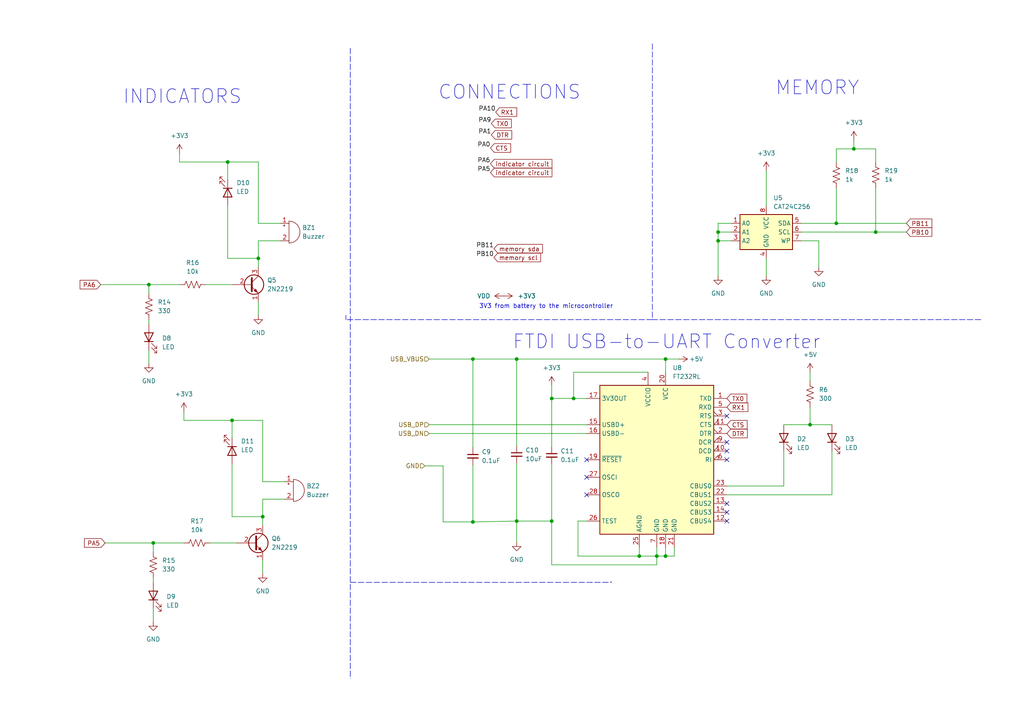
<source format=kicad_sch>
(kicad_sch (version 20211123) (generator eeschema)

  (uuid 0910cb2b-5973-4d8a-ae14-7a1f346a65e3)

  (paper "A4")

  (title_block
    (title "Microcontoller interfacing")
    (date "2022-03-12")
    (rev "v0.1")
    (comment 3 "University of Cape Town")
    (comment 4 "Author: Lisakhanya Miyana")
  )

  (lib_symbols
    (symbol "Device:Buzzer" (pin_names (offset 0.0254) hide) (in_bom yes) (on_board yes)
      (property "Reference" "BZ" (id 0) (at 3.81 1.27 0)
        (effects (font (size 1.27 1.27)) (justify left))
      )
      (property "Value" "Buzzer" (id 1) (at 3.81 -1.27 0)
        (effects (font (size 1.27 1.27)) (justify left))
      )
      (property "Footprint" "" (id 2) (at -0.635 2.54 90)
        (effects (font (size 1.27 1.27)) hide)
      )
      (property "Datasheet" "~" (id 3) (at -0.635 2.54 90)
        (effects (font (size 1.27 1.27)) hide)
      )
      (property "ki_keywords" "quartz resonator ceramic" (id 4) (at 0 0 0)
        (effects (font (size 1.27 1.27)) hide)
      )
      (property "ki_description" "Buzzer, polarized" (id 5) (at 0 0 0)
        (effects (font (size 1.27 1.27)) hide)
      )
      (property "ki_fp_filters" "*Buzzer*" (id 6) (at 0 0 0)
        (effects (font (size 1.27 1.27)) hide)
      )
      (symbol "Buzzer_0_1"
        (arc (start 0 -3.175) (mid 3.175 0) (end 0 3.175)
          (stroke (width 0) (type default) (color 0 0 0 0))
          (fill (type none))
        )
        (polyline
          (pts
            (xy -1.651 1.905)
            (xy -1.143 1.905)
          )
          (stroke (width 0) (type default) (color 0 0 0 0))
          (fill (type none))
        )
        (polyline
          (pts
            (xy -1.397 2.159)
            (xy -1.397 1.651)
          )
          (stroke (width 0) (type default) (color 0 0 0 0))
          (fill (type none))
        )
        (polyline
          (pts
            (xy 0 3.175)
            (xy 0 -3.175)
          )
          (stroke (width 0) (type default) (color 0 0 0 0))
          (fill (type none))
        )
      )
      (symbol "Buzzer_1_1"
        (pin passive line (at -2.54 2.54 0) (length 2.54)
          (name "-" (effects (font (size 1.27 1.27))))
          (number "1" (effects (font (size 1.27 1.27))))
        )
        (pin passive line (at -2.54 -2.54 0) (length 2.54)
          (name "+" (effects (font (size 1.27 1.27))))
          (number "2" (effects (font (size 1.27 1.27))))
        )
      )
    )
    (symbol "Device:C_Small" (pin_numbers hide) (pin_names (offset 0.254) hide) (in_bom yes) (on_board yes)
      (property "Reference" "C" (id 0) (at 0.254 1.778 0)
        (effects (font (size 1.27 1.27)) (justify left))
      )
      (property "Value" "C_Small" (id 1) (at 0.254 -2.032 0)
        (effects (font (size 1.27 1.27)) (justify left))
      )
      (property "Footprint" "" (id 2) (at 0 0 0)
        (effects (font (size 1.27 1.27)) hide)
      )
      (property "Datasheet" "~" (id 3) (at 0 0 0)
        (effects (font (size 1.27 1.27)) hide)
      )
      (property "ki_keywords" "capacitor cap" (id 4) (at 0 0 0)
        (effects (font (size 1.27 1.27)) hide)
      )
      (property "ki_description" "Unpolarized capacitor, small symbol" (id 5) (at 0 0 0)
        (effects (font (size 1.27 1.27)) hide)
      )
      (property "ki_fp_filters" "C_*" (id 6) (at 0 0 0)
        (effects (font (size 1.27 1.27)) hide)
      )
      (symbol "C_Small_0_1"
        (polyline
          (pts
            (xy -1.524 -0.508)
            (xy 1.524 -0.508)
          )
          (stroke (width 0.3302) (type default) (color 0 0 0 0))
          (fill (type none))
        )
        (polyline
          (pts
            (xy -1.524 0.508)
            (xy 1.524 0.508)
          )
          (stroke (width 0.3048) (type default) (color 0 0 0 0))
          (fill (type none))
        )
      )
      (symbol "C_Small_1_1"
        (pin passive line (at 0 2.54 270) (length 2.032)
          (name "~" (effects (font (size 1.27 1.27))))
          (number "1" (effects (font (size 1.27 1.27))))
        )
        (pin passive line (at 0 -2.54 90) (length 2.032)
          (name "~" (effects (font (size 1.27 1.27))))
          (number "2" (effects (font (size 1.27 1.27))))
        )
      )
    )
    (symbol "Device:LED" (pin_numbers hide) (pin_names (offset 1.016) hide) (in_bom yes) (on_board yes)
      (property "Reference" "D" (id 0) (at 0 2.54 0)
        (effects (font (size 1.27 1.27)))
      )
      (property "Value" "LED" (id 1) (at 0 -2.54 0)
        (effects (font (size 1.27 1.27)))
      )
      (property "Footprint" "" (id 2) (at 0 0 0)
        (effects (font (size 1.27 1.27)) hide)
      )
      (property "Datasheet" "~" (id 3) (at 0 0 0)
        (effects (font (size 1.27 1.27)) hide)
      )
      (property "ki_keywords" "LED diode" (id 4) (at 0 0 0)
        (effects (font (size 1.27 1.27)) hide)
      )
      (property "ki_description" "Light emitting diode" (id 5) (at 0 0 0)
        (effects (font (size 1.27 1.27)) hide)
      )
      (property "ki_fp_filters" "LED* LED_SMD:* LED_THT:*" (id 6) (at 0 0 0)
        (effects (font (size 1.27 1.27)) hide)
      )
      (symbol "LED_0_1"
        (polyline
          (pts
            (xy -1.27 -1.27)
            (xy -1.27 1.27)
          )
          (stroke (width 0.254) (type default) (color 0 0 0 0))
          (fill (type none))
        )
        (polyline
          (pts
            (xy -1.27 0)
            (xy 1.27 0)
          )
          (stroke (width 0) (type default) (color 0 0 0 0))
          (fill (type none))
        )
        (polyline
          (pts
            (xy 1.27 -1.27)
            (xy 1.27 1.27)
            (xy -1.27 0)
            (xy 1.27 -1.27)
          )
          (stroke (width 0.254) (type default) (color 0 0 0 0))
          (fill (type none))
        )
        (polyline
          (pts
            (xy -3.048 -0.762)
            (xy -4.572 -2.286)
            (xy -3.81 -2.286)
            (xy -4.572 -2.286)
            (xy -4.572 -1.524)
          )
          (stroke (width 0) (type default) (color 0 0 0 0))
          (fill (type none))
        )
        (polyline
          (pts
            (xy -1.778 -0.762)
            (xy -3.302 -2.286)
            (xy -2.54 -2.286)
            (xy -3.302 -2.286)
            (xy -3.302 -1.524)
          )
          (stroke (width 0) (type default) (color 0 0 0 0))
          (fill (type none))
        )
      )
      (symbol "LED_1_1"
        (pin passive line (at -3.81 0 0) (length 2.54)
          (name "K" (effects (font (size 1.27 1.27))))
          (number "1" (effects (font (size 1.27 1.27))))
        )
        (pin passive line (at 3.81 0 180) (length 2.54)
          (name "A" (effects (font (size 1.27 1.27))))
          (number "2" (effects (font (size 1.27 1.27))))
        )
      )
    )
    (symbol "Device:R_US" (pin_numbers hide) (pin_names (offset 0)) (in_bom yes) (on_board yes)
      (property "Reference" "R" (id 0) (at 2.54 0 90)
        (effects (font (size 1.27 1.27)))
      )
      (property "Value" "R_US" (id 1) (at -2.54 0 90)
        (effects (font (size 1.27 1.27)))
      )
      (property "Footprint" "" (id 2) (at 1.016 -0.254 90)
        (effects (font (size 1.27 1.27)) hide)
      )
      (property "Datasheet" "~" (id 3) (at 0 0 0)
        (effects (font (size 1.27 1.27)) hide)
      )
      (property "ki_keywords" "R res resistor" (id 4) (at 0 0 0)
        (effects (font (size 1.27 1.27)) hide)
      )
      (property "ki_description" "Resistor, US symbol" (id 5) (at 0 0 0)
        (effects (font (size 1.27 1.27)) hide)
      )
      (property "ki_fp_filters" "R_*" (id 6) (at 0 0 0)
        (effects (font (size 1.27 1.27)) hide)
      )
      (symbol "R_US_0_1"
        (polyline
          (pts
            (xy 0 -2.286)
            (xy 0 -2.54)
          )
          (stroke (width 0) (type default) (color 0 0 0 0))
          (fill (type none))
        )
        (polyline
          (pts
            (xy 0 2.286)
            (xy 0 2.54)
          )
          (stroke (width 0) (type default) (color 0 0 0 0))
          (fill (type none))
        )
        (polyline
          (pts
            (xy 0 -0.762)
            (xy 1.016 -1.143)
            (xy 0 -1.524)
            (xy -1.016 -1.905)
            (xy 0 -2.286)
          )
          (stroke (width 0) (type default) (color 0 0 0 0))
          (fill (type none))
        )
        (polyline
          (pts
            (xy 0 0.762)
            (xy 1.016 0.381)
            (xy 0 0)
            (xy -1.016 -0.381)
            (xy 0 -0.762)
          )
          (stroke (width 0) (type default) (color 0 0 0 0))
          (fill (type none))
        )
        (polyline
          (pts
            (xy 0 2.286)
            (xy 1.016 1.905)
            (xy 0 1.524)
            (xy -1.016 1.143)
            (xy 0 0.762)
          )
          (stroke (width 0) (type default) (color 0 0 0 0))
          (fill (type none))
        )
      )
      (symbol "R_US_1_1"
        (pin passive line (at 0 3.81 270) (length 1.27)
          (name "~" (effects (font (size 1.27 1.27))))
          (number "1" (effects (font (size 1.27 1.27))))
        )
        (pin passive line (at 0 -3.81 90) (length 1.27)
          (name "~" (effects (font (size 1.27 1.27))))
          (number "2" (effects (font (size 1.27 1.27))))
        )
      )
    )
    (symbol "Interface_USB:FT232RL" (in_bom yes) (on_board yes)
      (property "Reference" "U" (id 0) (at -16.51 22.86 0)
        (effects (font (size 1.27 1.27)) (justify left))
      )
      (property "Value" "FT232RL" (id 1) (at 10.16 22.86 0)
        (effects (font (size 1.27 1.27)) (justify left))
      )
      (property "Footprint" "Package_SO:SSOP-28_5.3x10.2mm_P0.65mm" (id 2) (at 27.94 -22.86 0)
        (effects (font (size 1.27 1.27)) hide)
      )
      (property "Datasheet" "https://www.ftdichip.com/Support/Documents/DataSheets/ICs/DS_FT232R.pdf" (id 3) (at 0 0 0)
        (effects (font (size 1.27 1.27)) hide)
      )
      (property "ki_keywords" "FTDI USB Serial" (id 4) (at 0 0 0)
        (effects (font (size 1.27 1.27)) hide)
      )
      (property "ki_description" "USB to Serial Interface, SSOP-28" (id 5) (at 0 0 0)
        (effects (font (size 1.27 1.27)) hide)
      )
      (property "ki_fp_filters" "SSOP*5.3x10.2mm*P0.65mm*" (id 6) (at 0 0 0)
        (effects (font (size 1.27 1.27)) hide)
      )
      (symbol "FT232RL_0_1"
        (rectangle (start -16.51 21.59) (end 16.51 -21.59)
          (stroke (width 0.254) (type default) (color 0 0 0 0))
          (fill (type background))
        )
      )
      (symbol "FT232RL_1_1"
        (pin output line (at 20.32 17.78 180) (length 3.81)
          (name "TXD" (effects (font (size 1.27 1.27))))
          (number "1" (effects (font (size 1.27 1.27))))
        )
        (pin input input_low (at 20.32 2.54 180) (length 3.81)
          (name "DCD" (effects (font (size 1.27 1.27))))
          (number "10" (effects (font (size 1.27 1.27))))
        )
        (pin input input_low (at 20.32 10.16 180) (length 3.81)
          (name "CTS" (effects (font (size 1.27 1.27))))
          (number "11" (effects (font (size 1.27 1.27))))
        )
        (pin bidirectional line (at 20.32 -17.78 180) (length 3.81)
          (name "CBUS4" (effects (font (size 1.27 1.27))))
          (number "12" (effects (font (size 1.27 1.27))))
        )
        (pin bidirectional line (at 20.32 -12.7 180) (length 3.81)
          (name "CBUS2" (effects (font (size 1.27 1.27))))
          (number "13" (effects (font (size 1.27 1.27))))
        )
        (pin bidirectional line (at 20.32 -15.24 180) (length 3.81)
          (name "CBUS3" (effects (font (size 1.27 1.27))))
          (number "14" (effects (font (size 1.27 1.27))))
        )
        (pin bidirectional line (at -20.32 10.16 0) (length 3.81)
          (name "USBD+" (effects (font (size 1.27 1.27))))
          (number "15" (effects (font (size 1.27 1.27))))
        )
        (pin bidirectional line (at -20.32 7.62 0) (length 3.81)
          (name "USBD-" (effects (font (size 1.27 1.27))))
          (number "16" (effects (font (size 1.27 1.27))))
        )
        (pin power_out line (at -20.32 17.78 0) (length 3.81)
          (name "3V3OUT" (effects (font (size 1.27 1.27))))
          (number "17" (effects (font (size 1.27 1.27))))
        )
        (pin power_in line (at 2.54 -25.4 90) (length 3.81)
          (name "GND" (effects (font (size 1.27 1.27))))
          (number "18" (effects (font (size 1.27 1.27))))
        )
        (pin input line (at -20.32 0 0) (length 3.81)
          (name "~{RESET}" (effects (font (size 1.27 1.27))))
          (number "19" (effects (font (size 1.27 1.27))))
        )
        (pin output output_low (at 20.32 7.62 180) (length 3.81)
          (name "DTR" (effects (font (size 1.27 1.27))))
          (number "2" (effects (font (size 1.27 1.27))))
        )
        (pin power_in line (at 2.54 25.4 270) (length 3.81)
          (name "VCC" (effects (font (size 1.27 1.27))))
          (number "20" (effects (font (size 1.27 1.27))))
        )
        (pin power_in line (at 5.08 -25.4 90) (length 3.81)
          (name "GND" (effects (font (size 1.27 1.27))))
          (number "21" (effects (font (size 1.27 1.27))))
        )
        (pin bidirectional line (at 20.32 -10.16 180) (length 3.81)
          (name "CBUS1" (effects (font (size 1.27 1.27))))
          (number "22" (effects (font (size 1.27 1.27))))
        )
        (pin bidirectional line (at 20.32 -7.62 180) (length 3.81)
          (name "CBUS0" (effects (font (size 1.27 1.27))))
          (number "23" (effects (font (size 1.27 1.27))))
        )
        (pin power_in line (at -5.08 -25.4 90) (length 3.81)
          (name "AGND" (effects (font (size 1.27 1.27))))
          (number "25" (effects (font (size 1.27 1.27))))
        )
        (pin input line (at -20.32 -17.78 0) (length 3.81)
          (name "TEST" (effects (font (size 1.27 1.27))))
          (number "26" (effects (font (size 1.27 1.27))))
        )
        (pin input line (at -20.32 -5.08 0) (length 3.81)
          (name "OSCI" (effects (font (size 1.27 1.27))))
          (number "27" (effects (font (size 1.27 1.27))))
        )
        (pin output line (at -20.32 -10.16 0) (length 3.81)
          (name "OSCO" (effects (font (size 1.27 1.27))))
          (number "28" (effects (font (size 1.27 1.27))))
        )
        (pin output output_low (at 20.32 12.7 180) (length 3.81)
          (name "RTS" (effects (font (size 1.27 1.27))))
          (number "3" (effects (font (size 1.27 1.27))))
        )
        (pin power_in line (at -2.54 25.4 270) (length 3.81)
          (name "VCCIO" (effects (font (size 1.27 1.27))))
          (number "4" (effects (font (size 1.27 1.27))))
        )
        (pin input line (at 20.32 15.24 180) (length 3.81)
          (name "RXD" (effects (font (size 1.27 1.27))))
          (number "5" (effects (font (size 1.27 1.27))))
        )
        (pin input input_low (at 20.32 0 180) (length 3.81)
          (name "RI" (effects (font (size 1.27 1.27))))
          (number "6" (effects (font (size 1.27 1.27))))
        )
        (pin power_in line (at 0 -25.4 90) (length 3.81)
          (name "GND" (effects (font (size 1.27 1.27))))
          (number "7" (effects (font (size 1.27 1.27))))
        )
        (pin input input_low (at 20.32 5.08 180) (length 3.81)
          (name "DCR" (effects (font (size 1.27 1.27))))
          (number "9" (effects (font (size 1.27 1.27))))
        )
      )
    )
    (symbol "Memory_EEPROM:CAT24C256" (in_bom yes) (on_board yes)
      (property "Reference" "U" (id 0) (at -6.35 6.35 0)
        (effects (font (size 1.27 1.27)))
      )
      (property "Value" "CAT24C256" (id 1) (at 1.27 6.35 0)
        (effects (font (size 1.27 1.27)) (justify left))
      )
      (property "Footprint" "" (id 2) (at 0 0 0)
        (effects (font (size 1.27 1.27)) hide)
      )
      (property "Datasheet" "https://www.onsemi.cn/PowerSolutions/document/CAT24C256-D.PDF" (id 3) (at 0 0 0)
        (effects (font (size 1.27 1.27)) hide)
      )
      (property "ki_keywords" "I2C EEPROM Serial 256kb" (id 4) (at 0 0 0)
        (effects (font (size 1.27 1.27)) hide)
      )
      (property "ki_description" "256 kb CMOS Serial EEPROM, DIP-8/SOIC-8/TSSOP-8/DFN-8" (id 5) (at 0 0 0)
        (effects (font (size 1.27 1.27)) hide)
      )
      (property "ki_fp_filters" "DIP*W7.62mm* SOIC*3.9x4.9mm* TSSOP*4.4x3mm*P0.65mm* DFN*3x2mm*P0.5mm*" (id 6) (at 0 0 0)
        (effects (font (size 1.27 1.27)) hide)
      )
      (symbol "CAT24C256_1_1"
        (rectangle (start -7.62 5.08) (end 7.62 -5.08)
          (stroke (width 0.254) (type default) (color 0 0 0 0))
          (fill (type background))
        )
        (pin input line (at -10.16 2.54 0) (length 2.54)
          (name "A0" (effects (font (size 1.27 1.27))))
          (number "1" (effects (font (size 1.27 1.27))))
        )
        (pin input line (at -10.16 0 0) (length 2.54)
          (name "A1" (effects (font (size 1.27 1.27))))
          (number "2" (effects (font (size 1.27 1.27))))
        )
        (pin input line (at -10.16 -2.54 0) (length 2.54)
          (name "A2" (effects (font (size 1.27 1.27))))
          (number "3" (effects (font (size 1.27 1.27))))
        )
        (pin power_in line (at 0 -7.62 90) (length 2.54)
          (name "GND" (effects (font (size 1.27 1.27))))
          (number "4" (effects (font (size 1.27 1.27))))
        )
        (pin bidirectional line (at 10.16 2.54 180) (length 2.54)
          (name "SDA" (effects (font (size 1.27 1.27))))
          (number "5" (effects (font (size 1.27 1.27))))
        )
        (pin input line (at 10.16 0 180) (length 2.54)
          (name "SCL" (effects (font (size 1.27 1.27))))
          (number "6" (effects (font (size 1.27 1.27))))
        )
        (pin input line (at 10.16 -2.54 180) (length 2.54)
          (name "WP" (effects (font (size 1.27 1.27))))
          (number "7" (effects (font (size 1.27 1.27))))
        )
        (pin power_in line (at 0 7.62 270) (length 2.54)
          (name "VCC" (effects (font (size 1.27 1.27))))
          (number "8" (effects (font (size 1.27 1.27))))
        )
      )
    )
    (symbol "Transistor_BJT:2N2219" (pin_names (offset 0) hide) (in_bom yes) (on_board yes)
      (property "Reference" "Q" (id 0) (at 5.08 1.905 0)
        (effects (font (size 1.27 1.27)) (justify left))
      )
      (property "Value" "2N2219" (id 1) (at 5.08 0 0)
        (effects (font (size 1.27 1.27)) (justify left))
      )
      (property "Footprint" "Package_TO_SOT_THT:TO-39-3" (id 2) (at 5.08 -1.905 0)
        (effects (font (size 1.27 1.27) italic) (justify left) hide)
      )
      (property "Datasheet" "http://www.onsemi.com/pub_link/Collateral/2N2219-D.PDF" (id 3) (at 0 0 0)
        (effects (font (size 1.27 1.27)) (justify left) hide)
      )
      (property "ki_keywords" "NPN Transistor" (id 4) (at 0 0 0)
        (effects (font (size 1.27 1.27)) hide)
      )
      (property "ki_description" "800mA Ic, 50V Vce, NPN Transistor, TO-39" (id 5) (at 0 0 0)
        (effects (font (size 1.27 1.27)) hide)
      )
      (property "ki_fp_filters" "TO?39*" (id 6) (at 0 0 0)
        (effects (font (size 1.27 1.27)) hide)
      )
      (symbol "2N2219_0_1"
        (polyline
          (pts
            (xy 0.635 0.635)
            (xy 2.54 2.54)
          )
          (stroke (width 0) (type default) (color 0 0 0 0))
          (fill (type none))
        )
        (polyline
          (pts
            (xy 0.635 -0.635)
            (xy 2.54 -2.54)
            (xy 2.54 -2.54)
          )
          (stroke (width 0) (type default) (color 0 0 0 0))
          (fill (type none))
        )
        (polyline
          (pts
            (xy 0.635 1.905)
            (xy 0.635 -1.905)
            (xy 0.635 -1.905)
          )
          (stroke (width 0.508) (type default) (color 0 0 0 0))
          (fill (type none))
        )
        (polyline
          (pts
            (xy 1.27 -1.778)
            (xy 1.778 -1.27)
            (xy 2.286 -2.286)
            (xy 1.27 -1.778)
            (xy 1.27 -1.778)
          )
          (stroke (width 0) (type default) (color 0 0 0 0))
          (fill (type outline))
        )
        (circle (center 1.27 0) (radius 2.8194)
          (stroke (width 0.254) (type default) (color 0 0 0 0))
          (fill (type none))
        )
      )
      (symbol "2N2219_1_1"
        (pin passive line (at 2.54 -5.08 90) (length 2.54)
          (name "E" (effects (font (size 1.27 1.27))))
          (number "1" (effects (font (size 1.27 1.27))))
        )
        (pin passive line (at -5.08 0 0) (length 5.715)
          (name "B" (effects (font (size 1.27 1.27))))
          (number "2" (effects (font (size 1.27 1.27))))
        )
        (pin passive line (at 2.54 5.08 270) (length 2.54)
          (name "C" (effects (font (size 1.27 1.27))))
          (number "3" (effects (font (size 1.27 1.27))))
        )
      )
    )
    (symbol "power:+3.3V" (power) (pin_names (offset 0)) (in_bom yes) (on_board yes)
      (property "Reference" "#PWR" (id 0) (at 0 -3.81 0)
        (effects (font (size 1.27 1.27)) hide)
      )
      (property "Value" "+3.3V" (id 1) (at 0 3.556 0)
        (effects (font (size 1.27 1.27)))
      )
      (property "Footprint" "" (id 2) (at 0 0 0)
        (effects (font (size 1.27 1.27)) hide)
      )
      (property "Datasheet" "" (id 3) (at 0 0 0)
        (effects (font (size 1.27 1.27)) hide)
      )
      (property "ki_keywords" "power-flag" (id 4) (at 0 0 0)
        (effects (font (size 1.27 1.27)) hide)
      )
      (property "ki_description" "Power symbol creates a global label with name \"+3.3V\"" (id 5) (at 0 0 0)
        (effects (font (size 1.27 1.27)) hide)
      )
      (symbol "+3.3V_0_1"
        (polyline
          (pts
            (xy -0.762 1.27)
            (xy 0 2.54)
          )
          (stroke (width 0) (type default) (color 0 0 0 0))
          (fill (type none))
        )
        (polyline
          (pts
            (xy 0 0)
            (xy 0 2.54)
          )
          (stroke (width 0) (type default) (color 0 0 0 0))
          (fill (type none))
        )
        (polyline
          (pts
            (xy 0 2.54)
            (xy 0.762 1.27)
          )
          (stroke (width 0) (type default) (color 0 0 0 0))
          (fill (type none))
        )
      )
      (symbol "+3.3V_1_1"
        (pin power_in line (at 0 0 90) (length 0) hide
          (name "+3V3" (effects (font (size 1.27 1.27))))
          (number "1" (effects (font (size 1.27 1.27))))
        )
      )
    )
    (symbol "power:+5V" (power) (pin_names (offset 0)) (in_bom yes) (on_board yes)
      (property "Reference" "#PWR" (id 0) (at 0 -3.81 0)
        (effects (font (size 1.27 1.27)) hide)
      )
      (property "Value" "+5V" (id 1) (at 0 3.556 0)
        (effects (font (size 1.27 1.27)))
      )
      (property "Footprint" "" (id 2) (at 0 0 0)
        (effects (font (size 1.27 1.27)) hide)
      )
      (property "Datasheet" "" (id 3) (at 0 0 0)
        (effects (font (size 1.27 1.27)) hide)
      )
      (property "ki_keywords" "power-flag" (id 4) (at 0 0 0)
        (effects (font (size 1.27 1.27)) hide)
      )
      (property "ki_description" "Power symbol creates a global label with name \"+5V\"" (id 5) (at 0 0 0)
        (effects (font (size 1.27 1.27)) hide)
      )
      (symbol "+5V_0_1"
        (polyline
          (pts
            (xy -0.762 1.27)
            (xy 0 2.54)
          )
          (stroke (width 0) (type default) (color 0 0 0 0))
          (fill (type none))
        )
        (polyline
          (pts
            (xy 0 0)
            (xy 0 2.54)
          )
          (stroke (width 0) (type default) (color 0 0 0 0))
          (fill (type none))
        )
        (polyline
          (pts
            (xy 0 2.54)
            (xy 0.762 1.27)
          )
          (stroke (width 0) (type default) (color 0 0 0 0))
          (fill (type none))
        )
      )
      (symbol "+5V_1_1"
        (pin power_in line (at 0 0 90) (length 0) hide
          (name "+5V" (effects (font (size 1.27 1.27))))
          (number "1" (effects (font (size 1.27 1.27))))
        )
      )
    )
    (symbol "power:GND" (power) (pin_names (offset 0)) (in_bom yes) (on_board yes)
      (property "Reference" "#PWR" (id 0) (at 0 -6.35 0)
        (effects (font (size 1.27 1.27)) hide)
      )
      (property "Value" "GND" (id 1) (at 0 -3.81 0)
        (effects (font (size 1.27 1.27)))
      )
      (property "Footprint" "" (id 2) (at 0 0 0)
        (effects (font (size 1.27 1.27)) hide)
      )
      (property "Datasheet" "" (id 3) (at 0 0 0)
        (effects (font (size 1.27 1.27)) hide)
      )
      (property "ki_keywords" "power-flag" (id 4) (at 0 0 0)
        (effects (font (size 1.27 1.27)) hide)
      )
      (property "ki_description" "Power symbol creates a global label with name \"GND\" , ground" (id 5) (at 0 0 0)
        (effects (font (size 1.27 1.27)) hide)
      )
      (symbol "GND_0_1"
        (polyline
          (pts
            (xy 0 0)
            (xy 0 -1.27)
            (xy 1.27 -1.27)
            (xy 0 -2.54)
            (xy -1.27 -1.27)
            (xy 0 -1.27)
          )
          (stroke (width 0) (type default) (color 0 0 0 0))
          (fill (type none))
        )
      )
      (symbol "GND_1_1"
        (pin power_in line (at 0 0 270) (length 0) hide
          (name "GND" (effects (font (size 1.27 1.27))))
          (number "1" (effects (font (size 1.27 1.27))))
        )
      )
    )
    (symbol "power:VDD" (power) (pin_names (offset 0)) (in_bom yes) (on_board yes)
      (property "Reference" "#PWR" (id 0) (at 0 -3.81 0)
        (effects (font (size 1.27 1.27)) hide)
      )
      (property "Value" "VDD" (id 1) (at 0 3.81 0)
        (effects (font (size 1.27 1.27)))
      )
      (property "Footprint" "" (id 2) (at 0 0 0)
        (effects (font (size 1.27 1.27)) hide)
      )
      (property "Datasheet" "" (id 3) (at 0 0 0)
        (effects (font (size 1.27 1.27)) hide)
      )
      (property "ki_keywords" "power-flag" (id 4) (at 0 0 0)
        (effects (font (size 1.27 1.27)) hide)
      )
      (property "ki_description" "Power symbol creates a global label with name \"VDD\"" (id 5) (at 0 0 0)
        (effects (font (size 1.27 1.27)) hide)
      )
      (symbol "VDD_0_1"
        (polyline
          (pts
            (xy -0.762 1.27)
            (xy 0 2.54)
          )
          (stroke (width 0) (type default) (color 0 0 0 0))
          (fill (type none))
        )
        (polyline
          (pts
            (xy 0 0)
            (xy 0 2.54)
          )
          (stroke (width 0) (type default) (color 0 0 0 0))
          (fill (type none))
        )
        (polyline
          (pts
            (xy 0 2.54)
            (xy 0.762 1.27)
          )
          (stroke (width 0) (type default) (color 0 0 0 0))
          (fill (type none))
        )
      )
      (symbol "VDD_1_1"
        (pin power_in line (at 0 0 90) (length 0) hide
          (name "VDD" (effects (font (size 1.27 1.27))))
          (number "1" (effects (font (size 1.27 1.27))))
        )
      )
    )
  )


  (junction (at 67.31 121.92) (diameter 0) (color 0 0 0 0)
    (uuid 042b91e9-2272-471e-ba73-3608423fd858)
  )
  (junction (at 190.5 161.29) (diameter 0) (color 0 0 0 0)
    (uuid 0cd8559e-91f6-4b21-bc05-956dd37af9f4)
  )
  (junction (at 254 67.31) (diameter 0) (color 0 0 0 0)
    (uuid 13e8e380-bb40-46bc-912c-5187318727c6)
  )
  (junction (at 44.45 157.48) (diameter 0) (color 0 0 0 0)
    (uuid 1e03e2da-bb1c-4b34-aeaa-88eb0bd717b0)
  )
  (junction (at 43.18 82.55) (diameter 0) (color 0 0 0 0)
    (uuid 2552f41c-09b7-4d64-996a-920612c00a87)
  )
  (junction (at 166.37 115.57) (diameter 0) (color 0 0 0 0)
    (uuid 372d2b72-70cc-4ffc-9829-3aec3af2e8da)
  )
  (junction (at 74.93 74.93) (diameter 0) (color 0 0 0 0)
    (uuid 414cf7d5-6e72-434b-a754-58df4dd52df8)
  )
  (junction (at 208.28 69.85) (diameter 0) (color 0 0 0 0)
    (uuid 4fc8027e-a22c-45de-9be7-e465c578a66e)
  )
  (junction (at 160.02 115.57) (diameter 0) (color 0 0 0 0)
    (uuid 5d9fd850-ceb2-4924-b80b-186d5c615885)
  )
  (junction (at 66.04 46.99) (diameter 0) (color 0 0 0 0)
    (uuid 65743997-fc99-4e33-bdc9-4072f97f5bda)
  )
  (junction (at 76.2 149.86) (diameter 0) (color 0 0 0 0)
    (uuid 7599ee8a-1c21-431a-93b8-27a6b6025e87)
  )
  (junction (at 137.16 151.384) (diameter 0) (color 0 0 0 0)
    (uuid 78ba5d8b-2921-4100-b51f-b95ad305e6cb)
  )
  (junction (at 234.95 123.19) (diameter 0) (color 0 0 0 0)
    (uuid a2fb2530-a829-4304-b7b0-0ce3c7ec2fe8)
  )
  (junction (at 149.86 151.13) (diameter 0) (color 0 0 0 0)
    (uuid a7c854a8-cfef-4f62-bfb2-d2ab4343dbda)
  )
  (junction (at 193.04 161.29) (diameter 0) (color 0 0 0 0)
    (uuid aa65fcc0-7928-4da5-ad97-0c244bbc4552)
  )
  (junction (at 208.28 67.31) (diameter 0) (color 0 0 0 0)
    (uuid b7d11b47-3707-41f3-a8e3-b1b7072cb0ed)
  )
  (junction (at 160.02 151.13) (diameter 0) (color 0 0 0 0)
    (uuid b8fa85aa-a5b1-4edb-9a35-56bd0d14164e)
  )
  (junction (at 185.42 161.29) (diameter 0) (color 0 0 0 0)
    (uuid d29de230-3fa1-416b-acbe-c9a676b0ab20)
  )
  (junction (at 242.57 64.77) (diameter 0) (color 0 0 0 0)
    (uuid d48ee283-ea46-44fd-a2af-d72c5ac504c5)
  )
  (junction (at 149.86 104.14) (diameter 0) (color 0 0 0 0)
    (uuid da0ef5e3-6dd3-4f89-86ae-28cea8c60c7e)
  )
  (junction (at 193.04 104.14) (diameter 0) (color 0 0 0 0)
    (uuid da2a8714-1fb1-48d8-b33d-b84a253c8151)
  )
  (junction (at 247.65 43.18) (diameter 0) (color 0 0 0 0)
    (uuid f651eb1d-6032-4461-a4c6-b3851a4abb2c)
  )
  (junction (at 137.16 104.14) (diameter 0) (color 0 0 0 0)
    (uuid fb62a58b-8f82-4444-a13c-3c2fbbefd2eb)
  )

  (no_connect (at 210.82 146.05) (uuid b60a6b12-2e86-4c97-baee-8138e0d70661))
  (no_connect (at 210.82 148.59) (uuid b60a6b12-2e86-4c97-baee-8138e0d70661))
  (no_connect (at 210.82 151.13) (uuid b60a6b12-2e86-4c97-baee-8138e0d70661))
  (no_connect (at 210.82 128.27) (uuid b60a6b12-2e86-4c97-baee-8138e0d70661))
  (no_connect (at 210.82 130.81) (uuid b60a6b12-2e86-4c97-baee-8138e0d70661))
  (no_connect (at 210.82 133.35) (uuid b60a6b12-2e86-4c97-baee-8138e0d70661))
  (no_connect (at 210.82 120.65) (uuid b60a6b12-2e86-4c97-baee-8138e0d70661))
  (no_connect (at 170.18 143.51) (uuid b60a6b12-2e86-4c97-baee-8138e0d70661))
  (no_connect (at 170.18 138.43) (uuid b60a6b12-2e86-4c97-baee-8138e0d70661))
  (no_connect (at 170.18 133.35) (uuid b60a6b12-2e86-4c97-baee-8138e0d70661))

  (wire (pts (xy 74.93 46.99) (xy 66.04 46.99))
    (stroke (width 0) (type default) (color 0 0 0 0))
    (uuid 03c81442-c19f-418e-a99c-db7a87ead3cb)
  )
  (wire (pts (xy 234.95 123.19) (xy 227.33 123.19))
    (stroke (width 0) (type default) (color 0 0 0 0))
    (uuid 06327d16-ca8c-4070-9858-26bba634d896)
  )
  (wire (pts (xy 208.28 69.85) (xy 208.28 80.01))
    (stroke (width 0) (type default) (color 0 0 0 0))
    (uuid 08b01e58-9aff-4dd3-bbb7-42e6141d3828)
  )
  (wire (pts (xy 208.28 67.31) (xy 212.09 67.31))
    (stroke (width 0) (type default) (color 0 0 0 0))
    (uuid 09d9a1bf-a533-4cc1-ae6d-fac6a332e03c)
  )
  (wire (pts (xy 149.86 104.14) (xy 137.16 104.14))
    (stroke (width 0) (type default) (color 0 0 0 0))
    (uuid 10af93df-bb06-463d-9daa-55fd78667cb2)
  )
  (wire (pts (xy 254 43.18) (xy 247.65 43.18))
    (stroke (width 0) (type default) (color 0 0 0 0))
    (uuid 10f4b14f-a3f2-45ee-990e-884505edc545)
  )
  (wire (pts (xy 167.64 161.29) (xy 167.64 151.13))
    (stroke (width 0) (type default) (color 0 0 0 0))
    (uuid 138f5d77-e13a-4386-90d5-5115b536dc76)
  )
  (wire (pts (xy 44.45 157.48) (xy 44.45 160.02))
    (stroke (width 0) (type default) (color 0 0 0 0))
    (uuid 14823d40-85f8-4e07-a8b8-6173c3375473)
  )
  (wire (pts (xy 242.57 64.77) (xy 262.89 64.77))
    (stroke (width 0) (type default) (color 0 0 0 0))
    (uuid 16cd0113-3668-43f2-99ac-d7a188065ee1)
  )
  (wire (pts (xy 44.45 157.48) (xy 53.34 157.48))
    (stroke (width 0) (type default) (color 0 0 0 0))
    (uuid 17f96014-b936-4786-94ec-98d669c3026a)
  )
  (wire (pts (xy 196.85 104.14) (xy 193.04 104.14))
    (stroke (width 0) (type default) (color 0 0 0 0))
    (uuid 19241dc4-61ee-4d77-85e9-cfc28e434b4a)
  )
  (wire (pts (xy 67.31 121.92) (xy 67.31 127))
    (stroke (width 0) (type default) (color 0 0 0 0))
    (uuid 1a5b351a-6800-489f-9c47-3281fb2e3aa3)
  )
  (wire (pts (xy 185.42 158.75) (xy 185.42 161.29))
    (stroke (width 0) (type default) (color 0 0 0 0))
    (uuid 1f591382-849a-45ab-9a74-6d3418e8003d)
  )
  (wire (pts (xy 234.95 107.95) (xy 234.95 110.49))
    (stroke (width 0) (type default) (color 0 0 0 0))
    (uuid 1f73e82c-edfb-485d-b2a7-fc28698c3248)
  )
  (wire (pts (xy 208.28 69.85) (xy 212.09 69.85))
    (stroke (width 0) (type default) (color 0 0 0 0))
    (uuid 21d795a5-e19b-49bd-bea5-cb0f9461150a)
  )
  (wire (pts (xy 185.42 161.29) (xy 167.64 161.29))
    (stroke (width 0) (type default) (color 0 0 0 0))
    (uuid 2248cd34-b38d-4d69-a948-6783c6330654)
  )
  (wire (pts (xy 160.02 115.57) (xy 160.02 129.54))
    (stroke (width 0) (type default) (color 0 0 0 0))
    (uuid 268db60c-42eb-4d35-a19c-836fd3ecd680)
  )
  (wire (pts (xy 66.04 46.99) (xy 52.07 46.99))
    (stroke (width 0) (type default) (color 0 0 0 0))
    (uuid 293a5ceb-5b1a-4ac6-9a03-2b6eacc7dd5a)
  )
  (wire (pts (xy 123.19 135.128) (xy 128.524 135.128))
    (stroke (width 0) (type default) (color 0 0 0 0))
    (uuid 2a22b47e-e1b0-480d-8d72-6112aed037ba)
  )
  (wire (pts (xy 76.2 121.92) (xy 76.2 139.7))
    (stroke (width 0) (type default) (color 0 0 0 0))
    (uuid 2a612087-b8ba-486c-936c-dbab64fbf38f)
  )
  (wire (pts (xy 160.02 115.57) (xy 166.37 115.57))
    (stroke (width 0) (type default) (color 0 0 0 0))
    (uuid 2af42ce8-9ee5-44ab-92b7-9777c8a53886)
  )
  (wire (pts (xy 190.5 161.29) (xy 193.04 161.29))
    (stroke (width 0) (type default) (color 0 0 0 0))
    (uuid 2cf0ce02-b048-4fd0-a945-3fa991aa843f)
  )
  (wire (pts (xy 232.41 64.77) (xy 242.57 64.77))
    (stroke (width 0) (type default) (color 0 0 0 0))
    (uuid 2d2f9f7d-9764-40cf-a453-54a13a06e69d)
  )
  (wire (pts (xy 44.45 176.53) (xy 44.45 180.34))
    (stroke (width 0) (type default) (color 0 0 0 0))
    (uuid 30a006ce-0084-4ca3-9425-cd739ad74121)
  )
  (polyline (pts (xy 189.23 92.71) (xy 100.33 92.71))
    (stroke (width 0) (type default) (color 0 0 0 0))
    (uuid 30bfdc02-f464-4457-b5c2-66e8e688ccd9)
  )

  (wire (pts (xy 82.55 144.78) (xy 76.2 144.78))
    (stroke (width 0) (type default) (color 0 0 0 0))
    (uuid 31eb7e99-4c8f-498f-989c-0c1d0b50ebb9)
  )
  (wire (pts (xy 167.64 151.13) (xy 170.18 151.13))
    (stroke (width 0) (type default) (color 0 0 0 0))
    (uuid 32eb88dc-fe2e-41c7-aa2c-912dfbb4cd5e)
  )
  (wire (pts (xy 74.93 74.93) (xy 74.93 77.47))
    (stroke (width 0) (type default) (color 0 0 0 0))
    (uuid 3406e6be-0bd0-463f-a4a2-e65bb01b6e82)
  )
  (wire (pts (xy 81.28 69.85) (xy 74.93 69.85))
    (stroke (width 0) (type default) (color 0 0 0 0))
    (uuid 36e1bfbe-d704-436e-a646-3325683f3b0d)
  )
  (wire (pts (xy 43.18 82.55) (xy 52.07 82.55))
    (stroke (width 0) (type default) (color 0 0 0 0))
    (uuid 38051180-431f-4bbe-8ea3-37870ea69f1e)
  )
  (wire (pts (xy 74.93 69.85) (xy 74.93 74.93))
    (stroke (width 0) (type default) (color 0 0 0 0))
    (uuid 3fb32844-18f4-425a-a9d0-75e1d36cc028)
  )
  (wire (pts (xy 193.04 104.14) (xy 149.86 104.14))
    (stroke (width 0) (type default) (color 0 0 0 0))
    (uuid 41a77793-410a-4c01-ad86-bda3100cfb3b)
  )
  (wire (pts (xy 170.18 123.19) (xy 124.46 123.19))
    (stroke (width 0) (type default) (color 0 0 0 0))
    (uuid 454b9958-53db-4b9c-a201-96532e75b16a)
  )
  (wire (pts (xy 254 46.99) (xy 254 43.18))
    (stroke (width 0) (type default) (color 0 0 0 0))
    (uuid 4b67d223-90b5-4fe0-89a1-84d28e97e760)
  )
  (wire (pts (xy 160.02 134.62) (xy 160.02 151.13))
    (stroke (width 0) (type default) (color 0 0 0 0))
    (uuid 4c2dc542-978f-466c-949b-5959c6991f96)
  )
  (wire (pts (xy 60.96 157.48) (xy 68.58 157.48))
    (stroke (width 0) (type default) (color 0 0 0 0))
    (uuid 533706fe-192f-42a0-8d1b-54f9ee2013ba)
  )
  (polyline (pts (xy 101.6 13.97) (xy 101.6 196.85))
    (stroke (width 0) (type default) (color 0 0 0 0))
    (uuid 56174b19-6f54-482f-a433-a6c4bcd23bc9)
  )

  (wire (pts (xy 149.86 151.13) (xy 149.86 134.366))
    (stroke (width 0) (type default) (color 0 0 0 0))
    (uuid 5733d785-4a1f-4f28-adb0-d6e3cd8780a0)
  )
  (wire (pts (xy 149.86 129.286) (xy 149.86 104.14))
    (stroke (width 0) (type default) (color 0 0 0 0))
    (uuid 580d27a7-9cf8-4b8a-bd08-f71147c9c656)
  )
  (wire (pts (xy 67.31 149.86) (xy 76.2 149.86))
    (stroke (width 0) (type default) (color 0 0 0 0))
    (uuid 5df4e739-e08c-4fe1-8ce4-9fc391c411fe)
  )
  (wire (pts (xy 30.48 157.48) (xy 44.45 157.48))
    (stroke (width 0) (type default) (color 0 0 0 0))
    (uuid 601c8f87-1deb-4082-b6d9-79f84e7610d2)
  )
  (polyline (pts (xy 100.33 92.71) (xy 100.33 91.44))
    (stroke (width 0) (type default) (color 0 0 0 0))
    (uuid 6020a151-4c50-4b5e-8021-8a1182ae4ccf)
  )

  (wire (pts (xy 43.18 82.55) (xy 43.18 85.09))
    (stroke (width 0) (type default) (color 0 0 0 0))
    (uuid 61e9e0b0-400d-4252-8838-4ceaeb2af32d)
  )
  (wire (pts (xy 247.65 40.64) (xy 247.65 43.18))
    (stroke (width 0) (type default) (color 0 0 0 0))
    (uuid 65e683b2-d11d-4980-81da-76596d7c8ab1)
  )
  (wire (pts (xy 74.93 64.77) (xy 81.28 64.77))
    (stroke (width 0) (type default) (color 0 0 0 0))
    (uuid 695b5076-3685-4dfe-9595-7b859d4a3cd7)
  )
  (wire (pts (xy 74.93 87.63) (xy 74.93 91.44))
    (stroke (width 0) (type default) (color 0 0 0 0))
    (uuid 6a68d5a5-a9be-4304-9245-5cc6f5c076f5)
  )
  (wire (pts (xy 190.5 163.83) (xy 190.5 161.29))
    (stroke (width 0) (type default) (color 0 0 0 0))
    (uuid 6d0a6e3e-d577-44a3-8fe6-497cd2b9a772)
  )
  (wire (pts (xy 222.25 74.93) (xy 222.25 80.01))
    (stroke (width 0) (type default) (color 0 0 0 0))
    (uuid 76eace96-3290-4d62-8b47-6369b3e74fd3)
  )
  (wire (pts (xy 208.28 67.31) (xy 208.28 69.85))
    (stroke (width 0) (type default) (color 0 0 0 0))
    (uuid 7b98ef29-43ae-47e9-9801-dab1ae51395e)
  )
  (wire (pts (xy 160.02 163.83) (xy 190.5 163.83))
    (stroke (width 0) (type default) (color 0 0 0 0))
    (uuid 7c32dcc7-3472-4c73-9e31-b9b520bbe12a)
  )
  (wire (pts (xy 166.37 107.95) (xy 187.96 107.95))
    (stroke (width 0) (type default) (color 0 0 0 0))
    (uuid 7cf3a5ed-55f3-4ffe-8792-079ace605a6d)
  )
  (wire (pts (xy 43.18 92.71) (xy 43.18 93.98))
    (stroke (width 0) (type default) (color 0 0 0 0))
    (uuid 82037bc0-ca1b-427c-a91b-c1d959a7ead4)
  )
  (wire (pts (xy 137.16 104.14) (xy 124.46 104.14))
    (stroke (width 0) (type default) (color 0 0 0 0))
    (uuid 82351eea-336b-476b-b4ff-62a6f25782e5)
  )
  (wire (pts (xy 193.04 161.29) (xy 193.04 158.75))
    (stroke (width 0) (type default) (color 0 0 0 0))
    (uuid 849f5716-e8af-461c-a685-5e600e0da34d)
  )
  (wire (pts (xy 254 67.31) (xy 262.89 67.31))
    (stroke (width 0) (type default) (color 0 0 0 0))
    (uuid 8804ac3b-c636-4dd9-97bf-f0c4cc720a24)
  )
  (wire (pts (xy 66.04 59.69) (xy 66.04 74.93))
    (stroke (width 0) (type default) (color 0 0 0 0))
    (uuid 881a6981-da84-4b50-91e0-5b67bd8491ff)
  )
  (wire (pts (xy 242.57 43.18) (xy 247.65 43.18))
    (stroke (width 0) (type default) (color 0 0 0 0))
    (uuid 895bc083-0c84-42ec-a4d8-2083613e69b0)
  )
  (wire (pts (xy 234.95 123.19) (xy 241.3 123.19))
    (stroke (width 0) (type default) (color 0 0 0 0))
    (uuid 8a5b9a6e-82b7-4f9f-a43c-34185969eb50)
  )
  (wire (pts (xy 193.04 107.95) (xy 193.04 104.14))
    (stroke (width 0) (type default) (color 0 0 0 0))
    (uuid 8a63aafc-c67d-4da0-8558-1f57d6d62d62)
  )
  (polyline (pts (xy 189.23 12.7) (xy 189.23 92.71))
    (stroke (width 0) (type default) (color 0 0 0 0))
    (uuid 8a977f34-a2fc-4574-8c85-433488616293)
  )

  (wire (pts (xy 232.41 67.31) (xy 254 67.31))
    (stroke (width 0) (type default) (color 0 0 0 0))
    (uuid 8d4b0a4f-7f7c-4f15-a454-4f4644af9ce8)
  )
  (wire (pts (xy 76.2 121.92) (xy 67.31 121.92))
    (stroke (width 0) (type default) (color 0 0 0 0))
    (uuid 9232f38d-5cea-4af6-bb0d-3c24fcf170b5)
  )
  (wire (pts (xy 212.09 64.77) (xy 208.28 64.77))
    (stroke (width 0) (type default) (color 0 0 0 0))
    (uuid 928981d5-a391-4196-8a01-142037e675d6)
  )
  (wire (pts (xy 29.21 82.55) (xy 43.18 82.55))
    (stroke (width 0) (type default) (color 0 0 0 0))
    (uuid 93174279-064f-4941-98e5-10bdcfb6809e)
  )
  (wire (pts (xy 193.04 161.29) (xy 195.58 161.29))
    (stroke (width 0) (type default) (color 0 0 0 0))
    (uuid 93e73ab9-e30d-400a-bc4f-521b9d41500a)
  )
  (wire (pts (xy 237.49 69.85) (xy 237.49 77.47))
    (stroke (width 0) (type default) (color 0 0 0 0))
    (uuid 95797392-1cee-4e00-b9ab-ec40cf0c7e08)
  )
  (wire (pts (xy 76.2 139.7) (xy 82.55 139.7))
    (stroke (width 0) (type default) (color 0 0 0 0))
    (uuid 98aa5ae6-23b7-4aaa-8792-f3460e2a6d96)
  )
  (wire (pts (xy 210.82 143.51) (xy 241.3 143.51))
    (stroke (width 0) (type default) (color 0 0 0 0))
    (uuid 99cbd32a-284f-4a49-b545-3dd88a78577b)
  )
  (wire (pts (xy 232.41 69.85) (xy 237.49 69.85))
    (stroke (width 0) (type default) (color 0 0 0 0))
    (uuid a31240ac-8b65-44dd-ba2a-944d5c41ab25)
  )
  (wire (pts (xy 44.45 167.64) (xy 44.45 168.91))
    (stroke (width 0) (type default) (color 0 0 0 0))
    (uuid a4e3ce3f-9135-45f8-93a9-b7293b714ebf)
  )
  (wire (pts (xy 227.33 140.97) (xy 227.33 130.81))
    (stroke (width 0) (type default) (color 0 0 0 0))
    (uuid a4f0cc5a-6b75-4ad6-82e2-3cd7ed60f98e)
  )
  (wire (pts (xy 149.86 151.13) (xy 137.16 151.384))
    (stroke (width 0) (type default) (color 0 0 0 0))
    (uuid aa4fb0f1-b9ff-4355-a2dd-d98d9cd22194)
  )
  (wire (pts (xy 195.58 161.29) (xy 195.58 158.75))
    (stroke (width 0) (type default) (color 0 0 0 0))
    (uuid aab33650-9edd-482a-a783-dea0b39e20a3)
  )
  (wire (pts (xy 190.5 158.75) (xy 190.5 161.29))
    (stroke (width 0) (type default) (color 0 0 0 0))
    (uuid ac00217c-cdde-41cb-b6fe-6282822547e3)
  )
  (wire (pts (xy 166.37 107.95) (xy 166.37 115.57))
    (stroke (width 0) (type default) (color 0 0 0 0))
    (uuid ae3d6865-9e43-4b47-8ac6-5c8a16828c00)
  )
  (wire (pts (xy 137.16 151.384) (xy 128.524 151.384))
    (stroke (width 0) (type default) (color 0 0 0 0))
    (uuid ae5b2eaf-8f46-4b44-834c-cb1a66bd19be)
  )
  (wire (pts (xy 137.16 104.14) (xy 137.16 129.794))
    (stroke (width 0) (type default) (color 0 0 0 0))
    (uuid af756633-d7db-45d8-8a9f-7df06ab2c59e)
  )
  (wire (pts (xy 208.28 64.77) (xy 208.28 67.31))
    (stroke (width 0) (type default) (color 0 0 0 0))
    (uuid b39d02b1-8ccc-4f70-968e-7a2124339750)
  )
  (wire (pts (xy 254 54.61) (xy 254 67.31))
    (stroke (width 0) (type default) (color 0 0 0 0))
    (uuid b524fcce-6249-4832-8c9c-5204020031c6)
  )
  (wire (pts (xy 67.31 121.92) (xy 53.34 121.92))
    (stroke (width 0) (type default) (color 0 0 0 0))
    (uuid bb9fb77e-62fb-44fa-b32d-09244cf6837c)
  )
  (wire (pts (xy 242.57 64.77) (xy 242.57 54.61))
    (stroke (width 0) (type default) (color 0 0 0 0))
    (uuid bd7b1365-cec4-4177-9900-91cae7beac8c)
  )
  (wire (pts (xy 74.93 46.99) (xy 74.93 64.77))
    (stroke (width 0) (type default) (color 0 0 0 0))
    (uuid bff59cf0-9a34-4e75-afb3-4439df6aff85)
  )
  (wire (pts (xy 166.37 115.57) (xy 170.18 115.57))
    (stroke (width 0) (type default) (color 0 0 0 0))
    (uuid c0ebd195-4631-4a49-bb71-ae8218357427)
  )
  (wire (pts (xy 59.69 82.55) (xy 67.31 82.55))
    (stroke (width 0) (type default) (color 0 0 0 0))
    (uuid c1646c5a-d394-416d-a036-046904fc1a3c)
  )
  (wire (pts (xy 234.95 118.11) (xy 234.95 123.19))
    (stroke (width 0) (type default) (color 0 0 0 0))
    (uuid c2ca41fc-4bdd-45cf-80e3-9b2bba055e06)
  )
  (wire (pts (xy 160.02 151.13) (xy 160.02 163.83))
    (stroke (width 0) (type default) (color 0 0 0 0))
    (uuid c31b589b-5d72-42b9-a1db-e7f19a189710)
  )
  (wire (pts (xy 137.16 134.874) (xy 137.16 151.384))
    (stroke (width 0) (type default) (color 0 0 0 0))
    (uuid c76b382a-8ef2-4fea-b873-574044538ba9)
  )
  (wire (pts (xy 53.34 119.38) (xy 53.34 121.92))
    (stroke (width 0) (type default) (color 0 0 0 0))
    (uuid c837dda2-6fca-4cb0-9a8d-f09c424042fc)
  )
  (wire (pts (xy 185.42 161.29) (xy 190.5 161.29))
    (stroke (width 0) (type default) (color 0 0 0 0))
    (uuid c86e8d6d-98a1-4105-aaa8-4592c128a9b1)
  )
  (wire (pts (xy 149.86 151.13) (xy 149.86 157.226))
    (stroke (width 0) (type default) (color 0 0 0 0))
    (uuid ca293f2c-55f3-4292-8101-ee6f727f65ab)
  )
  (wire (pts (xy 66.04 46.99) (xy 66.04 52.07))
    (stroke (width 0) (type default) (color 0 0 0 0))
    (uuid cac90a5b-9517-4bc2-b219-cc01b26bfbf8)
  )
  (wire (pts (xy 160.02 111.76) (xy 160.02 115.57))
    (stroke (width 0) (type default) (color 0 0 0 0))
    (uuid ccd99a30-ca78-470d-8387-f875f68550f7)
  )
  (wire (pts (xy 242.57 46.99) (xy 242.57 43.18))
    (stroke (width 0) (type default) (color 0 0 0 0))
    (uuid d65c63a0-aec9-40cb-ad54-89174cfd85c2)
  )
  (wire (pts (xy 241.3 143.51) (xy 241.3 130.81))
    (stroke (width 0) (type default) (color 0 0 0 0))
    (uuid d69099dd-7a83-43f1-8ea8-266b6dc20070)
  )
  (polyline (pts (xy 177.292 168.91) (xy 177.292 168.656))
    (stroke (width 0) (type default) (color 0 0 0 0))
    (uuid d9eb0442-44db-4ff2-9112-3fff6d6b39c8)
  )
  (polyline (pts (xy 101.6 168.91) (xy 177.292 168.91))
    (stroke (width 0) (type default) (color 0 0 0 0))
    (uuid dbb19fd8-fe0e-476b-903c-234e2287a086)
  )

  (wire (pts (xy 67.31 134.62) (xy 67.31 149.86))
    (stroke (width 0) (type default) (color 0 0 0 0))
    (uuid dbc5c620-8308-46ee-bafd-cd62a6c3e13f)
  )
  (wire (pts (xy 222.25 49.53) (xy 222.25 59.69))
    (stroke (width 0) (type default) (color 0 0 0 0))
    (uuid dc579a33-235a-407a-9dc8-697676a267b5)
  )
  (wire (pts (xy 160.02 151.13) (xy 149.86 151.13))
    (stroke (width 0) (type default) (color 0 0 0 0))
    (uuid e0116476-1668-4657-b298-19f6144b2f51)
  )
  (wire (pts (xy 76.2 149.86) (xy 76.2 152.4))
    (stroke (width 0) (type default) (color 0 0 0 0))
    (uuid e290f5ac-45bf-49af-b770-6508468bb0e2)
  )
  (wire (pts (xy 128.524 151.384) (xy 128.524 135.128))
    (stroke (width 0) (type default) (color 0 0 0 0))
    (uuid e2a85e10-1acf-4629-916c-0ff9bff3a9e9)
  )
  (wire (pts (xy 124.46 125.73) (xy 170.18 125.73))
    (stroke (width 0) (type default) (color 0 0 0 0))
    (uuid e2fd64fc-431b-41bf-86b3-6533861ff362)
  )
  (wire (pts (xy 66.04 74.93) (xy 74.93 74.93))
    (stroke (width 0) (type default) (color 0 0 0 0))
    (uuid e6c074cb-8a27-4aec-bd56-6edf574e6124)
  )
  (polyline (pts (xy 284.48 92.71) (xy 189.23 92.71))
    (stroke (width 0) (type default) (color 0 0 0 0))
    (uuid ea14c89e-25a3-4658-9935-a985728a754d)
  )

  (wire (pts (xy 76.2 144.78) (xy 76.2 149.86))
    (stroke (width 0) (type default) (color 0 0 0 0))
    (uuid ee3385a4-1512-40b5-a4fd-f520e9f48b2a)
  )
  (wire (pts (xy 76.2 162.56) (xy 76.2 166.37))
    (stroke (width 0) (type default) (color 0 0 0 0))
    (uuid ee38fdf2-35d6-4e03-8eb8-dcfd612376f8)
  )
  (wire (pts (xy 43.18 101.6) (xy 43.18 105.41))
    (stroke (width 0) (type default) (color 0 0 0 0))
    (uuid f2737345-0b9b-4b13-af73-db4120e89a7b)
  )
  (wire (pts (xy 52.07 44.45) (xy 52.07 46.99))
    (stroke (width 0) (type default) (color 0 0 0 0))
    (uuid f37715fc-5f17-4a17-9f24-5066ed6c42ee)
  )
  (wire (pts (xy 210.82 140.97) (xy 227.33 140.97))
    (stroke (width 0) (type default) (color 0 0 0 0))
    (uuid f9730b54-fd6c-4140-b859-1dddd5ed3d19)
  )

  (text "CONNECTIONS\n" (at 127 29.21 0)
    (effects (font (size 4 4)) (justify left bottom))
    (uuid 4effad4f-7ef1-4031-a8ff-db6914bd0d74)
  )
  (text "MEMORY" (at 224.79 27.94 0)
    (effects (font (size 4 4)) (justify left bottom))
    (uuid 7d66c212-e361-44b8-a074-0ad58d73b3cb)
  )
  (text "FTDI USB-to-UART Converter\n" (at 148.59 101.6 0)
    (effects (font (size 4 4)) (justify left bottom))
    (uuid 7ee0706c-29f4-41aa-b744-2a52eb048955)
  )
  (text "3V3 from battery to the microcontroller\n" (at 138.938 89.662 0)
    (effects (font (size 1.27 1.27)) (justify left bottom))
    (uuid cb32aad0-0b48-49ae-9e6a-c2e8b1ca08eb)
  )
  (text "INDICATORS\n" (at 35.56 30.48 0)
    (effects (font (size 4 4)) (justify left bottom))
    (uuid fc58d982-f6de-4d6d-9da6-ba06763b06b9)
  )

  (label "PA1" (at 142.494 39.116 180)
    (effects (font (size 1.27 1.27)) (justify right bottom))
    (uuid 1c750069-9e7e-4b5c-83a2-a09fb2265f4a)
  )
  (label "PA6" (at 142.24 47.498 180)
    (effects (font (size 1.27 1.27)) (justify right bottom))
    (uuid 2580674e-ace6-440c-8e3a-deba10e4dee0)
  )
  (label "PB10" (at 143.256 74.676 180)
    (effects (font (size 1.27 1.27)) (justify right bottom))
    (uuid 3c5dfbe4-b5d1-40e3-a4cb-1121b880172a)
  )
  (label "PA0" (at 142.24 42.926 180)
    (effects (font (size 1.27 1.27)) (justify right bottom))
    (uuid 54c3d623-3ae6-47a9-87d7-988502fb2bb6)
  )
  (label "PA10" (at 143.764 32.512 180)
    (effects (font (size 1.27 1.27)) (justify right bottom))
    (uuid 7c78d85a-82c2-41ac-bb0e-83699b77b9c7)
  )
  (label "PB11" (at 143.256 72.136 180)
    (effects (font (size 1.27 1.27)) (justify right bottom))
    (uuid b35bd12f-449e-4bec-81bd-420803e46dd0)
  )
  (label "PA9" (at 142.494 35.814 180)
    (effects (font (size 1.27 1.27)) (justify right bottom))
    (uuid c30f11b7-0fb1-4c20-832e-e5cf8498fc7a)
  )
  (label "PA5" (at 142.24 50.038 180)
    (effects (font (size 1.27 1.27)) (justify right bottom))
    (uuid d411d3f3-4bcf-4531-abef-07856c507ca1)
  )

  (global_label "DTR" (shape input) (at 142.494 39.116 0) (fields_autoplaced)
    (effects (font (size 1.27 1.27)) (justify left))
    (uuid 03d58624-6905-4914-9399-1c8b21e88217)
    (property "Intersheet References" "${INTERSHEET_REFS}" (id 0) (at 148.4147 39.0366 0)
      (effects (font (size 1.27 1.27)) (justify left) hide)
    )
  )
  (global_label "indicator circuit" (shape input) (at 142.24 47.498 0) (fields_autoplaced)
    (effects (font (size 1.27 1.27)) (justify left))
    (uuid 0cc74582-0855-4340-acc2-9d706039eeb8)
    (property "Intersheet References" "${INTERSHEET_REFS}" (id 0) (at 160.0745 47.4186 0)
      (effects (font (size 1.27 1.27)) (justify left) hide)
    )
  )
  (global_label "memory sda" (shape input) (at 143.256 72.136 0) (fields_autoplaced)
    (effects (font (size 1.27 1.27)) (justify left))
    (uuid 25019b4c-b838-4a29-8b2f-c3521bf2ac40)
    (property "Intersheet References" "${INTERSHEET_REFS}" (id 0) (at 157.341 72.0566 0)
      (effects (font (size 1.27 1.27)) (justify left) hide)
    )
  )
  (global_label "DTR" (shape input) (at 210.82 125.73 0) (fields_autoplaced)
    (effects (font (size 1.27 1.27)) (justify left))
    (uuid 29a92e20-3dba-4892-ad9f-08658d4e23c6)
    (property "Intersheet References" "${INTERSHEET_REFS}" (id 0) (at 216.7407 125.6506 0)
      (effects (font (size 1.27 1.27)) (justify left) hide)
    )
  )
  (global_label "PA6" (shape input) (at 29.21 82.55 180) (fields_autoplaced)
    (effects (font (size 1.27 1.27)) (justify right))
    (uuid 306aa4b2-33c9-4aff-8f75-de0361fb1bf7)
    (property "Intersheet References" "${INTERSHEET_REFS}" (id 0) (at 23.2288 82.4706 0)
      (effects (font (size 1.27 1.27)) (justify right) hide)
    )
  )
  (global_label "RX1" (shape input) (at 143.764 32.512 0) (fields_autoplaced)
    (effects (font (size 1.27 1.27)) (justify left))
    (uuid 4dcda209-54fc-46be-bb02-8652c82ffced)
    (property "Intersheet References" "${INTERSHEET_REFS}" (id 0) (at 149.8661 32.4326 0)
      (effects (font (size 1.27 1.27)) (justify left) hide)
    )
  )
  (global_label "TX0" (shape input) (at 210.82 115.57 0) (fields_autoplaced)
    (effects (font (size 1.27 1.27)) (justify left))
    (uuid 5612e600-918b-42f8-90f8-91a4c159f238)
    (property "Intersheet References" "${INTERSHEET_REFS}" (id 0) (at 216.6198 115.4906 0)
      (effects (font (size 1.27 1.27)) (justify left) hide)
    )
  )
  (global_label "CTS" (shape input) (at 210.82 123.19 0) (fields_autoplaced)
    (effects (font (size 1.27 1.27)) (justify left))
    (uuid 761d6fdd-68f7-4d74-9946-8588f786d35a)
    (property "Intersheet References" "${INTERSHEET_REFS}" (id 0) (at 216.6802 123.1106 0)
      (effects (font (size 1.27 1.27)) (justify left) hide)
    )
  )
  (global_label "indicator circuit" (shape input) (at 142.24 50.038 0) (fields_autoplaced)
    (effects (font (size 1.27 1.27)) (justify left))
    (uuid 8bf2b308-313a-42f2-9520-ac07c75df4c3)
    (property "Intersheet References" "${INTERSHEET_REFS}" (id 0) (at 160.0745 49.9586 0)
      (effects (font (size 1.27 1.27)) (justify left) hide)
    )
  )
  (global_label "memory scl" (shape input) (at 143.256 74.676 0) (fields_autoplaced)
    (effects (font (size 1.27 1.27)) (justify left))
    (uuid 970f7b0a-53c9-49cb-93b3-3ce5a6ad50f9)
    (property "Intersheet References" "${INTERSHEET_REFS}" (id 0) (at 156.7967 74.5966 0)
      (effects (font (size 1.27 1.27)) (justify left) hide)
    )
  )
  (global_label "CTS" (shape input) (at 142.24 42.926 0) (fields_autoplaced)
    (effects (font (size 1.27 1.27)) (justify left))
    (uuid a3024d50-d94d-469e-9370-3d4465aed7f2)
    (property "Intersheet References" "${INTERSHEET_REFS}" (id 0) (at 148.1002 42.8466 0)
      (effects (font (size 1.27 1.27)) (justify left) hide)
    )
  )
  (global_label "RX1" (shape input) (at 210.82 118.11 0) (fields_autoplaced)
    (effects (font (size 1.27 1.27)) (justify left))
    (uuid a4c6a63a-e93e-42ec-a291-ad1e94ee18b0)
    (property "Intersheet References" "${INTERSHEET_REFS}" (id 0) (at 216.9221 118.0306 0)
      (effects (font (size 1.27 1.27)) (justify left) hide)
    )
  )
  (global_label "TX0" (shape input) (at 142.494 35.814 0) (fields_autoplaced)
    (effects (font (size 1.27 1.27)) (justify left))
    (uuid ae7785e5-9ab5-4aaf-8735-7077fc8cd153)
    (property "Intersheet References" "${INTERSHEET_REFS}" (id 0) (at 148.2938 35.7346 0)
      (effects (font (size 1.27 1.27)) (justify left) hide)
    )
  )
  (global_label "PB10" (shape input) (at 262.89 67.31 0) (fields_autoplaced)
    (effects (font (size 1.27 1.27)) (justify left))
    (uuid b749814b-9c7a-4b40-94e8-d0d222bbdc6c)
    (property "Intersheet References" "${INTERSHEET_REFS}" (id 0) (at 270.2621 67.2306 0)
      (effects (font (size 1.27 1.27)) (justify left) hide)
    )
  )
  (global_label "PA5" (shape input) (at 30.48 157.48 180) (fields_autoplaced)
    (effects (font (size 1.27 1.27)) (justify right))
    (uuid dc75de08-2158-4da5-b2de-200729b1b8e9)
    (property "Intersheet References" "${INTERSHEET_REFS}" (id 0) (at 24.4988 157.4006 0)
      (effects (font (size 1.27 1.27)) (justify right) hide)
    )
  )
  (global_label "PB11" (shape input) (at 262.89 64.77 0) (fields_autoplaced)
    (effects (font (size 1.27 1.27)) (justify left))
    (uuid e8b5b88d-0748-41d6-9efc-1a01971ba650)
    (property "Intersheet References" "${INTERSHEET_REFS}" (id 0) (at 270.2621 64.6906 0)
      (effects (font (size 1.27 1.27)) (justify left) hide)
    )
  )

  (hierarchical_label "USB_DP" (shape input) (at 124.46 123.19 180)
    (effects (font (size 1.27 1.27)) (justify right))
    (uuid 04552b43-2213-4d6e-a797-e237bdca0f23)
  )
  (hierarchical_label "USB_DN" (shape input) (at 124.46 125.73 180)
    (effects (font (size 1.27 1.27)) (justify right))
    (uuid 1e50bf75-10cd-4b8d-991a-df5da4bfb69f)
  )
  (hierarchical_label "GND" (shape input) (at 123.19 135.128 180)
    (effects (font (size 1.27 1.27)) (justify right))
    (uuid 56f0777f-791a-452d-ba8f-13c901b7f58f)
  )
  (hierarchical_label "USB_VBUS" (shape input) (at 124.46 104.14 180)
    (effects (font (size 1.27 1.27)) (justify right))
    (uuid b3134daf-573a-445c-9c63-a085c138f4d5)
  )

  (symbol (lib_id "power:GND") (at 149.86 157.226 0) (unit 1)
    (in_bom yes) (on_board yes) (fields_autoplaced)
    (uuid 0ba51a2e-e71d-41a4-8468-2ea6cd7a4b7f)
    (property "Reference" "#PWR032" (id 0) (at 149.86 163.576 0)
      (effects (font (size 1.27 1.27)) hide)
    )
    (property "Value" "GND" (id 1) (at 149.86 162.306 0))
    (property "Footprint" "" (id 2) (at 149.86 157.226 0)
      (effects (font (size 1.27 1.27)) hide)
    )
    (property "Datasheet" "" (id 3) (at 149.86 157.226 0)
      (effects (font (size 1.27 1.27)) hide)
    )
    (pin "1" (uuid bab1bafc-0a65-4338-b790-2c64ead9ae7d))
  )

  (symbol (lib_id "power:GND") (at 44.45 180.34 0) (unit 1)
    (in_bom yes) (on_board yes) (fields_autoplaced)
    (uuid 0d82c667-6f62-4e3c-9142-ede2fa350aeb)
    (property "Reference" "#PWR020" (id 0) (at 44.45 186.69 0)
      (effects (font (size 1.27 1.27)) hide)
    )
    (property "Value" "GND" (id 1) (at 44.45 185.42 0))
    (property "Footprint" "" (id 2) (at 44.45 180.34 0)
      (effects (font (size 1.27 1.27)) hide)
    )
    (property "Datasheet" "" (id 3) (at 44.45 180.34 0)
      (effects (font (size 1.27 1.27)) hide)
    )
    (pin "1" (uuid d00a38bc-23e8-4fbd-b80b-bbfdb4782fff))
  )

  (symbol (lib_id "Transistor_BJT:2N2219") (at 73.66 157.48 0) (unit 1)
    (in_bom yes) (on_board yes) (fields_autoplaced)
    (uuid 12b5af82-94a7-4021-81d2-dfcbe2433af8)
    (property "Reference" "Q6" (id 0) (at 78.74 156.2099 0)
      (effects (font (size 1.27 1.27)) (justify left))
    )
    (property "Value" "2N2219" (id 1) (at 78.74 158.7499 0)
      (effects (font (size 1.27 1.27)) (justify left))
    )
    (property "Footprint" "Package_TO_SOT_THT:TO-39-3" (id 2) (at 78.74 159.385 0)
      (effects (font (size 1.27 1.27) italic) (justify left) hide)
    )
    (property "Datasheet" "http://www.onsemi.com/pub_link/Collateral/2N2219-D.PDF" (id 3) (at 73.66 157.48 0)
      (effects (font (size 1.27 1.27)) (justify left) hide)
    )
    (pin "1" (uuid 52cf8f42-6a21-432f-a0cc-ba5fa95e0eff))
    (pin "2" (uuid aab2bf2a-b6ea-4603-a4c9-55707ee4d391))
    (pin "3" (uuid 9efab2bf-01df-49b6-bcab-bef0548a54d0))
  )

  (symbol (lib_id "Device:R_US") (at 57.15 157.48 90) (unit 1)
    (in_bom yes) (on_board yes) (fields_autoplaced)
    (uuid 13061555-8985-4113-81f9-42b9023d097b)
    (property "Reference" "R17" (id 0) (at 57.15 151.13 90))
    (property "Value" "10k" (id 1) (at 57.15 153.67 90))
    (property "Footprint" "Resistor_SMD:R_0805_2012Metric_Pad1.20x1.40mm_HandSolder" (id 2) (at 57.404 156.464 90)
      (effects (font (size 1.27 1.27)) hide)
    )
    (property "Datasheet" "~" (id 3) (at 57.15 157.48 0)
      (effects (font (size 1.27 1.27)) hide)
    )
    (pin "1" (uuid c28d6ceb-ed42-4b5b-8095-2a52a03c8602))
    (pin "2" (uuid 6db25935-f174-400a-9206-a98abcf213c2))
  )

  (symbol (lib_id "Device:Buzzer") (at 83.82 67.31 0) (unit 1)
    (in_bom yes) (on_board yes) (fields_autoplaced)
    (uuid 194bcd96-263b-4aa9-a1e6-46c319af353b)
    (property "Reference" "BZ1" (id 0) (at 87.63 66.0399 0)
      (effects (font (size 1.27 1.27)) (justify left))
    )
    (property "Value" "Buzzer" (id 1) (at 87.63 68.5799 0)
      (effects (font (size 1.27 1.27)) (justify left))
    )
    (property "Footprint" "Buzzer_Beeper:Buzzer_Murata_PKLCS1212E" (id 2) (at 83.185 64.77 90)
      (effects (font (size 1.27 1.27)) hide)
    )
    (property "Datasheet" "~" (id 3) (at 83.185 64.77 90)
      (effects (font (size 1.27 1.27)) hide)
    )
    (pin "1" (uuid f46d72ed-2847-4b54-b74b-634bb732bdb0))
    (pin "2" (uuid 8c790751-480a-4c77-b3e3-18ad7c08fd74))
  )

  (symbol (lib_id "Device:R_US") (at 43.18 88.9 180) (unit 1)
    (in_bom yes) (on_board yes) (fields_autoplaced)
    (uuid 1f95d381-dc10-44f9-8397-18271df5243c)
    (property "Reference" "R14" (id 0) (at 45.72 87.6299 0)
      (effects (font (size 1.27 1.27)) (justify right))
    )
    (property "Value" "330" (id 1) (at 45.72 90.1699 0)
      (effects (font (size 1.27 1.27)) (justify right))
    )
    (property "Footprint" "Resistor_SMD:R_0805_2012Metric_Pad1.20x1.40mm_HandSolder" (id 2) (at 42.164 88.646 90)
      (effects (font (size 1.27 1.27)) hide)
    )
    (property "Datasheet" "~" (id 3) (at 43.18 88.9 0)
      (effects (font (size 1.27 1.27)) hide)
    )
    (pin "1" (uuid 68af48e1-7fe4-41b6-b144-316053c80195))
    (pin "2" (uuid f01c69da-a1a7-4438-81c4-0dd538bdfc09))
  )

  (symbol (lib_id "Device:R_US") (at 55.88 82.55 90) (unit 1)
    (in_bom yes) (on_board yes) (fields_autoplaced)
    (uuid 229745ef-4cdb-453b-93b8-7744fb2023a0)
    (property "Reference" "R16" (id 0) (at 55.88 76.2 90))
    (property "Value" "10k" (id 1) (at 55.88 78.74 90))
    (property "Footprint" "Resistor_SMD:R_0805_2012Metric_Pad1.20x1.40mm_HandSolder" (id 2) (at 56.134 81.534 90)
      (effects (font (size 1.27 1.27)) hide)
    )
    (property "Datasheet" "~" (id 3) (at 55.88 82.55 0)
      (effects (font (size 1.27 1.27)) hide)
    )
    (pin "1" (uuid c19d2570-a6b3-4971-ba7d-04dd86ef57be))
    (pin "2" (uuid e03f23a6-3b0f-408d-8578-54b06bdd9361))
  )

  (symbol (lib_id "power:+3.3V") (at 52.07 44.45 0) (unit 1)
    (in_bom yes) (on_board yes) (fields_autoplaced)
    (uuid 2853dbcc-4e58-4f6c-8a4e-d8ab4f6d563e)
    (property "Reference" "#PWR021" (id 0) (at 52.07 48.26 0)
      (effects (font (size 1.27 1.27)) hide)
    )
    (property "Value" "+3.3V" (id 1) (at 52.07 39.37 0))
    (property "Footprint" "" (id 2) (at 52.07 44.45 0)
      (effects (font (size 1.27 1.27)) hide)
    )
    (property "Datasheet" "" (id 3) (at 52.07 44.45 0)
      (effects (font (size 1.27 1.27)) hide)
    )
    (pin "1" (uuid 8eec21cf-642d-4b01-8c77-39c2ace84a46))
  )

  (symbol (lib_id "Device:C_Small") (at 137.16 132.334 0) (unit 1)
    (in_bom yes) (on_board yes) (fields_autoplaced)
    (uuid 2bd12fa0-ec29-49d2-9bf2-0dce2995260c)
    (property "Reference" "C9" (id 0) (at 139.7 131.0702 0)
      (effects (font (size 1.27 1.27)) (justify left))
    )
    (property "Value" "0.1uF" (id 1) (at 139.7 133.6102 0)
      (effects (font (size 1.27 1.27)) (justify left))
    )
    (property "Footprint" "Capacitor_SMD:C_0805_2012Metric_Pad1.18x1.45mm_HandSolder" (id 2) (at 137.16 132.334 0)
      (effects (font (size 1.27 1.27)) hide)
    )
    (property "Datasheet" "~" (id 3) (at 137.16 132.334 0)
      (effects (font (size 1.27 1.27)) hide)
    )
    (pin "1" (uuid 32a8c409-297d-4a82-85a4-e7d769c14999))
    (pin "2" (uuid 914907e0-b764-441e-988f-8f45b6d9ffe3))
  )

  (symbol (lib_id "Device:R_US") (at 234.95 114.3 0) (unit 1)
    (in_bom yes) (on_board yes) (fields_autoplaced)
    (uuid 2ea6e412-2bfc-4beb-a3e7-f4a3ce03a169)
    (property "Reference" "R6" (id 0) (at 237.49 113.0299 0)
      (effects (font (size 1.27 1.27)) (justify left))
    )
    (property "Value" "300" (id 1) (at 237.49 115.5699 0)
      (effects (font (size 1.27 1.27)) (justify left))
    )
    (property "Footprint" "Resistor_SMD:R_0805_2012Metric_Pad1.20x1.40mm_HandSolder" (id 2) (at 235.966 114.554 90)
      (effects (font (size 1.27 1.27)) hide)
    )
    (property "Datasheet" "~" (id 3) (at 234.95 114.3 0)
      (effects (font (size 1.27 1.27)) hide)
    )
    (pin "1" (uuid 26b2f0f7-ba8f-4431-ab27-de86874d2a87))
    (pin "2" (uuid 745623b1-6d9e-4743-b7fa-9a689d8ff771))
  )

  (symbol (lib_id "power:GND") (at 76.2 166.37 0) (unit 1)
    (in_bom yes) (on_board yes) (fields_autoplaced)
    (uuid 2f0e974d-d007-4afb-82a1-198344ad1d27)
    (property "Reference" "#PWR024" (id 0) (at 76.2 172.72 0)
      (effects (font (size 1.27 1.27)) hide)
    )
    (property "Value" "GND" (id 1) (at 76.2 171.45 0))
    (property "Footprint" "" (id 2) (at 76.2 166.37 0)
      (effects (font (size 1.27 1.27)) hide)
    )
    (property "Datasheet" "" (id 3) (at 76.2 166.37 0)
      (effects (font (size 1.27 1.27)) hide)
    )
    (pin "1" (uuid bd33e791-4fbe-42c4-b7d6-69e7bbb1927a))
  )

  (symbol (lib_id "power:GND") (at 43.18 105.41 0) (unit 1)
    (in_bom yes) (on_board yes) (fields_autoplaced)
    (uuid 3403e6f1-2f3b-476c-ab03-0cae842c871d)
    (property "Reference" "#PWR019" (id 0) (at 43.18 111.76 0)
      (effects (font (size 1.27 1.27)) hide)
    )
    (property "Value" "GND" (id 1) (at 43.18 110.49 0))
    (property "Footprint" "" (id 2) (at 43.18 105.41 0)
      (effects (font (size 1.27 1.27)) hide)
    )
    (property "Datasheet" "" (id 3) (at 43.18 105.41 0)
      (effects (font (size 1.27 1.27)) hide)
    )
    (pin "1" (uuid 2acbb50d-ef25-4a23-b591-91f67d8a288e))
  )

  (symbol (lib_id "Interface_USB:FT232RL") (at 190.5 133.35 0) (unit 1)
    (in_bom yes) (on_board yes) (fields_autoplaced)
    (uuid 357283b2-6f04-4850-829a-bdb512dc897e)
    (property "Reference" "U8" (id 0) (at 195.0594 106.68 0)
      (effects (font (size 1.27 1.27)) (justify left))
    )
    (property "Value" "FT232RL" (id 1) (at 195.0594 109.22 0)
      (effects (font (size 1.27 1.27)) (justify left))
    )
    (property "Footprint" "Package_SO:SSOP-28_5.3x10.2mm_P0.65mm" (id 2) (at 218.44 156.21 0)
      (effects (font (size 1.27 1.27)) hide)
    )
    (property "Datasheet" "https://www.ftdichip.com/Support/Documents/DataSheets/ICs/DS_FT232R.pdf" (id 3) (at 190.5 133.35 0)
      (effects (font (size 1.27 1.27)) hide)
    )
    (pin "1" (uuid 3acb0c18-e697-4330-8146-df44b10f6a7e))
    (pin "10" (uuid 7eb0fa59-4a38-479a-9aa9-d80f5e2c16b7))
    (pin "11" (uuid 6f40dec4-e7fa-4828-8490-031dc1244e04))
    (pin "12" (uuid 95ec25c1-d84e-44f6-9285-a74a5e9812d1))
    (pin "13" (uuid 9f1bba7e-8f84-41a1-b011-589ed7f04084))
    (pin "14" (uuid 221fb561-883e-46d3-90d7-3030769965eb))
    (pin "15" (uuid c838a409-78a2-46ee-8dcf-a787831d7385))
    (pin "16" (uuid 51a21121-36a5-42d9-8c76-ec3db9bd238d))
    (pin "17" (uuid 174d19d0-1b40-45b1-bdcb-4c854495b86f))
    (pin "18" (uuid 67ef92ab-996c-4320-851b-f3c1ea1f95cb))
    (pin "19" (uuid 721a08ea-1758-48b0-b1ed-89590c638fd2))
    (pin "2" (uuid de7b5b48-d2bd-4f36-a056-e161372fe658))
    (pin "20" (uuid be2bfb4c-a896-4539-a356-b7a449984716))
    (pin "21" (uuid 409671d4-e257-4ad2-bf3c-1fce35e8c4e8))
    (pin "22" (uuid 4d0d606d-75df-42b4-80a0-a4ec9fb2f5a4))
    (pin "23" (uuid 7bfd748d-16ff-44d7-8b00-96155ce085db))
    (pin "25" (uuid 34f5ce65-be88-4db8-a118-8284e30b049d))
    (pin "26" (uuid 448a5a66-1644-4b7a-a93a-8f8ab0925a29))
    (pin "27" (uuid 2e24da9c-6ec1-45b2-954d-4c0af04277d4))
    (pin "28" (uuid 6689c544-f0ed-4779-89e3-fb427d323359))
    (pin "3" (uuid d15519e6-a1e4-41a7-83ea-0dcf9073ddc5))
    (pin "4" (uuid 1b806b26-d44a-4f40-bee3-9c3eac628859))
    (pin "5" (uuid fc563ecf-26e8-4e8f-a0a2-c67285b21d23))
    (pin "6" (uuid f6605752-0d4a-45d1-b890-971d2b6f0ce5))
    (pin "7" (uuid adf1cc1d-f9fa-49ed-af6c-44997ef83e84))
    (pin "9" (uuid 89759213-4438-4e83-bc58-2b50f9f57e40))
  )

  (symbol (lib_id "power:+3.3V") (at 53.34 119.38 0) (unit 1)
    (in_bom yes) (on_board yes) (fields_autoplaced)
    (uuid 38eedca6-b090-41d8-b6a2-a00aba94f863)
    (property "Reference" "#PWR022" (id 0) (at 53.34 123.19 0)
      (effects (font (size 1.27 1.27)) hide)
    )
    (property "Value" "+3.3V" (id 1) (at 53.34 114.3 0))
    (property "Footprint" "" (id 2) (at 53.34 119.38 0)
      (effects (font (size 1.27 1.27)) hide)
    )
    (property "Datasheet" "" (id 3) (at 53.34 119.38 0)
      (effects (font (size 1.27 1.27)) hide)
    )
    (pin "1" (uuid 53292108-6eea-4fb9-bb6e-a8a8f841a990))
  )

  (symbol (lib_id "Device:LED") (at 227.33 127 90) (unit 1)
    (in_bom yes) (on_board yes) (fields_autoplaced)
    (uuid 4b866dab-90da-4234-aeb7-49511e905a26)
    (property "Reference" "D2" (id 0) (at 231.14 127.3174 90)
      (effects (font (size 1.27 1.27)) (justify right))
    )
    (property "Value" "LED" (id 1) (at 231.14 129.8574 90)
      (effects (font (size 1.27 1.27)) (justify right))
    )
    (property "Footprint" "LED_SMD:LED_0805_2012Metric_Pad1.15x1.40mm_HandSolder" (id 2) (at 227.33 127 0)
      (effects (font (size 1.27 1.27)) hide)
    )
    (property "Datasheet" "~" (id 3) (at 227.33 127 0)
      (effects (font (size 1.27 1.27)) hide)
    )
    (pin "1" (uuid 92e0ff1a-2241-4e56-91f0-884b4f5eabe4))
    (pin "2" (uuid 85b0ebad-eda7-40c1-954f-f5e25f0749af))
  )

  (symbol (lib_id "Device:LED") (at 43.18 97.79 90) (unit 1)
    (in_bom yes) (on_board yes) (fields_autoplaced)
    (uuid 5d9b0d2b-2688-4c27-8d2a-ff6550fc6437)
    (property "Reference" "D8" (id 0) (at 46.99 98.1074 90)
      (effects (font (size 1.27 1.27)) (justify right))
    )
    (property "Value" "LED" (id 1) (at 46.99 100.6474 90)
      (effects (font (size 1.27 1.27)) (justify right))
    )
    (property "Footprint" "LED_SMD:LED_0805_2012Metric_Pad1.15x1.40mm_HandSolder" (id 2) (at 43.18 97.79 0)
      (effects (font (size 1.27 1.27)) hide)
    )
    (property "Datasheet" "~" (id 3) (at 43.18 97.79 0)
      (effects (font (size 1.27 1.27)) hide)
    )
    (pin "1" (uuid ab9b1218-78f8-4723-a628-6456815724e9))
    (pin "2" (uuid 5645cac8-97a2-460a-8496-c57d830af01c))
  )

  (symbol (lib_id "power:+3.3V") (at 247.65 40.64 0) (unit 1)
    (in_bom yes) (on_board yes) (fields_autoplaced)
    (uuid 7411876f-dfb5-438e-a6c1-81c5124fafb1)
    (property "Reference" "#PWR030" (id 0) (at 247.65 44.45 0)
      (effects (font (size 1.27 1.27)) hide)
    )
    (property "Value" "+3.3V" (id 1) (at 247.65 35.56 0))
    (property "Footprint" "" (id 2) (at 247.65 40.64 0)
      (effects (font (size 1.27 1.27)) hide)
    )
    (property "Datasheet" "" (id 3) (at 247.65 40.64 0)
      (effects (font (size 1.27 1.27)) hide)
    )
    (pin "1" (uuid 9b102977-127d-48a2-bdf2-ae0a93c42000))
  )

  (symbol (lib_id "power:VDD") (at 146.05 85.852 90) (unit 1)
    (in_bom yes) (on_board yes) (fields_autoplaced)
    (uuid 7755e4a4-4675-40ae-8b8d-240d485f85ed)
    (property "Reference" "#PWR025" (id 0) (at 149.86 85.852 0)
      (effects (font (size 1.27 1.27)) hide)
    )
    (property "Value" "VDD" (id 1) (at 142.24 85.8519 90)
      (effects (font (size 1.27 1.27)) (justify left))
    )
    (property "Footprint" "" (id 2) (at 146.05 85.852 0)
      (effects (font (size 1.27 1.27)) hide)
    )
    (property "Datasheet" "" (id 3) (at 146.05 85.852 0)
      (effects (font (size 1.27 1.27)) hide)
    )
    (pin "1" (uuid 8fbfbe69-292d-4eab-8d69-89650b1421fb))
  )

  (symbol (lib_id "Device:C_Small") (at 149.86 131.826 0) (unit 1)
    (in_bom yes) (on_board yes) (fields_autoplaced)
    (uuid 7b44bceb-74cf-4b70-b218-e0596188683a)
    (property "Reference" "C10" (id 0) (at 152.4 130.5622 0)
      (effects (font (size 1.27 1.27)) (justify left))
    )
    (property "Value" "10uF" (id 1) (at 152.4 133.1022 0)
      (effects (font (size 1.27 1.27)) (justify left))
    )
    (property "Footprint" "Capacitor_SMD:C_0805_2012Metric_Pad1.18x1.45mm_HandSolder" (id 2) (at 149.86 131.826 0)
      (effects (font (size 1.27 1.27)) hide)
    )
    (property "Datasheet" "~" (id 3) (at 149.86 131.826 0)
      (effects (font (size 1.27 1.27)) hide)
    )
    (pin "1" (uuid ad77cefd-cf15-4925-81c1-69297f2c4da8))
    (pin "2" (uuid 279591c1-a896-463d-955b-a2ebcb3aa47b))
  )

  (symbol (lib_id "Device:C_Small") (at 160.02 132.08 0) (unit 1)
    (in_bom yes) (on_board yes) (fields_autoplaced)
    (uuid 8b36d32c-11c2-49f0-a163-fcf42aa63a67)
    (property "Reference" "C11" (id 0) (at 162.56 130.8162 0)
      (effects (font (size 1.27 1.27)) (justify left))
    )
    (property "Value" "0.1uF" (id 1) (at 162.56 133.3562 0)
      (effects (font (size 1.27 1.27)) (justify left))
    )
    (property "Footprint" "Capacitor_SMD:C_0805_2012Metric_Pad1.18x1.45mm_HandSolder" (id 2) (at 160.02 132.08 0)
      (effects (font (size 1.27 1.27)) hide)
    )
    (property "Datasheet" "~" (id 3) (at 160.02 132.08 0)
      (effects (font (size 1.27 1.27)) hide)
    )
    (pin "1" (uuid 1bc9aca9-0a9c-4bd1-9769-045aa620caf2))
    (pin "2" (uuid 1d319a4b-52cf-44e4-b8ad-3e342c1493be))
  )

  (symbol (lib_id "power:+5V") (at 196.85 104.14 270) (unit 1)
    (in_bom yes) (on_board yes)
    (uuid 92f8fcdd-86e0-491d-ac6b-5141920ba64f)
    (property "Reference" "#PWR034" (id 0) (at 193.04 104.14 0)
      (effects (font (size 1.27 1.27)) hide)
    )
    (property "Value" "+5V" (id 1) (at 201.93 104.14 90))
    (property "Footprint" "" (id 2) (at 196.85 104.14 0)
      (effects (font (size 1.27 1.27)) hide)
    )
    (property "Datasheet" "" (id 3) (at 196.85 104.14 0)
      (effects (font (size 1.27 1.27)) hide)
    )
    (pin "1" (uuid 4988947a-774d-457a-ac44-1a43ff6d9d60))
  )

  (symbol (lib_id "Device:LED") (at 67.31 130.81 270) (unit 1)
    (in_bom yes) (on_board yes) (fields_autoplaced)
    (uuid 9b5f8ef7-fe95-4d33-810b-3aff18561610)
    (property "Reference" "D11" (id 0) (at 69.85 127.9524 90)
      (effects (font (size 1.27 1.27)) (justify left))
    )
    (property "Value" "LED" (id 1) (at 69.85 130.4924 90)
      (effects (font (size 1.27 1.27)) (justify left))
    )
    (property "Footprint" "LED_SMD:LED_0805_2012Metric_Pad1.15x1.40mm_HandSolder" (id 2) (at 67.31 130.81 0)
      (effects (font (size 1.27 1.27)) hide)
    )
    (property "Datasheet" "~" (id 3) (at 67.31 130.81 0)
      (effects (font (size 1.27 1.27)) hide)
    )
    (pin "1" (uuid 7455d3f2-8696-443d-b54f-c6275ed4119d))
    (pin "2" (uuid aaf40b86-4d2b-4e75-9dca-541046b0ae21))
  )

  (symbol (lib_id "power:GND") (at 222.25 80.01 0) (unit 1)
    (in_bom yes) (on_board yes) (fields_autoplaced)
    (uuid 9b8d8aa1-3798-4e54-96ba-9ea8221e2335)
    (property "Reference" "#PWR028" (id 0) (at 222.25 86.36 0)
      (effects (font (size 1.27 1.27)) hide)
    )
    (property "Value" "GND" (id 1) (at 222.25 85.09 0))
    (property "Footprint" "" (id 2) (at 222.25 80.01 0)
      (effects (font (size 1.27 1.27)) hide)
    )
    (property "Datasheet" "" (id 3) (at 222.25 80.01 0)
      (effects (font (size 1.27 1.27)) hide)
    )
    (pin "1" (uuid ff4f9f8a-36cd-487d-8010-ad0530fa349b))
  )

  (symbol (lib_id "power:+3.3V") (at 160.02 111.76 0) (unit 1)
    (in_bom yes) (on_board yes) (fields_autoplaced)
    (uuid 9c61d2b4-3cba-4366-8e62-81eff2464025)
    (property "Reference" "#PWR033" (id 0) (at 160.02 115.57 0)
      (effects (font (size 1.27 1.27)) hide)
    )
    (property "Value" "+3.3V" (id 1) (at 160.02 106.68 0))
    (property "Footprint" "" (id 2) (at 160.02 111.76 0)
      (effects (font (size 1.27 1.27)) hide)
    )
    (property "Datasheet" "" (id 3) (at 160.02 111.76 0)
      (effects (font (size 1.27 1.27)) hide)
    )
    (pin "1" (uuid 91d86378-bf36-4361-b5a2-1b33eb3abe25))
  )

  (symbol (lib_id "Transistor_BJT:2N2219") (at 72.39 82.55 0) (unit 1)
    (in_bom yes) (on_board yes) (fields_autoplaced)
    (uuid 9fe08dcc-65c5-4814-b272-ae94a09cb9e4)
    (property "Reference" "Q5" (id 0) (at 77.47 81.2799 0)
      (effects (font (size 1.27 1.27)) (justify left))
    )
    (property "Value" "2N2219" (id 1) (at 77.47 83.8199 0)
      (effects (font (size 1.27 1.27)) (justify left))
    )
    (property "Footprint" "Package_TO_SOT_THT:TO-39-3" (id 2) (at 77.47 84.455 0)
      (effects (font (size 1.27 1.27) italic) (justify left) hide)
    )
    (property "Datasheet" "http://www.onsemi.com/pub_link/Collateral/2N2219-D.PDF" (id 3) (at 72.39 82.55 0)
      (effects (font (size 1.27 1.27)) (justify left) hide)
    )
    (pin "1" (uuid 5de84a29-c501-4e7a-bc74-0424a8eb42f6))
    (pin "2" (uuid 13fcaa91-3ef4-4c5d-b301-4ba11d6809e9))
    (pin "3" (uuid 2fd61aeb-5718-40e2-bba3-418b68767592))
  )

  (symbol (lib_id "Device:LED") (at 241.3 127 90) (unit 1)
    (in_bom yes) (on_board yes) (fields_autoplaced)
    (uuid a6f4ebed-b26b-4332-94aa-cf051536ffb8)
    (property "Reference" "D3" (id 0) (at 245.11 127.3174 90)
      (effects (font (size 1.27 1.27)) (justify right))
    )
    (property "Value" "LED" (id 1) (at 245.11 129.8574 90)
      (effects (font (size 1.27 1.27)) (justify right))
    )
    (property "Footprint" "LED_SMD:LED_0805_2012Metric_Pad1.15x1.40mm_HandSolder" (id 2) (at 241.3 127 0)
      (effects (font (size 1.27 1.27)) hide)
    )
    (property "Datasheet" "~" (id 3) (at 241.3 127 0)
      (effects (font (size 1.27 1.27)) hide)
    )
    (pin "1" (uuid 9bb59260-f96c-4f28-b46a-66d5467348c0))
    (pin "2" (uuid 7dccfa4a-7cbb-4294-a60f-023dfe7424ec))
  )

  (symbol (lib_id "Memory_EEPROM:CAT24C256") (at 222.25 67.31 0) (unit 1)
    (in_bom yes) (on_board yes) (fields_autoplaced)
    (uuid a820a968-c645-49b0-8b20-eee6ec70f041)
    (property "Reference" "U5" (id 0) (at 224.2694 57.404 0)
      (effects (font (size 1.27 1.27)) (justify left))
    )
    (property "Value" "CAT24C256" (id 1) (at 224.2694 59.944 0)
      (effects (font (size 1.27 1.27)) (justify left))
    )
    (property "Footprint" "Package_SO:SOIC-8_3.9x4.9mm_P1.27mm" (id 2) (at 222.25 67.31 0)
      (effects (font (size 1.27 1.27)) hide)
    )
    (property "Datasheet" "https://www.onsemi.cn/PowerSolutions/document/CAT24C256-D.PDF" (id 3) (at 222.25 67.31 0)
      (effects (font (size 1.27 1.27)) hide)
    )
    (pin "1" (uuid 7e6d99a2-1714-4ea8-88df-a369e0255980))
    (pin "2" (uuid c276c47f-896d-4fc2-ade2-5cae7c7ff6c6))
    (pin "3" (uuid 7cb34713-0b80-4a9a-8e5b-640b5bc554ff))
    (pin "4" (uuid dae687b2-85d2-46f9-b2b8-6a88688479bb))
    (pin "5" (uuid 899eddd8-2ae0-4302-97ec-969e4284cd14))
    (pin "6" (uuid e0c5ba35-4e8f-4981-9ac6-f882e18e5a86))
    (pin "7" (uuid 4a57b913-b9ac-4cc7-a3b6-1d0e3769f84b))
    (pin "8" (uuid b4706ed0-1dd7-47f3-8178-89ad355d3343))
  )

  (symbol (lib_id "Device:LED") (at 66.04 55.88 270) (unit 1)
    (in_bom yes) (on_board yes) (fields_autoplaced)
    (uuid be3c6b81-2cc5-4ab2-8b4d-9d413dda554e)
    (property "Reference" "D10" (id 0) (at 68.58 53.0224 90)
      (effects (font (size 1.27 1.27)) (justify left))
    )
    (property "Value" "LED" (id 1) (at 68.58 55.5624 90)
      (effects (font (size 1.27 1.27)) (justify left))
    )
    (property "Footprint" "LED_SMD:LED_0805_2012Metric_Pad1.15x1.40mm_HandSolder" (id 2) (at 66.04 55.88 0)
      (effects (font (size 1.27 1.27)) hide)
    )
    (property "Datasheet" "~" (id 3) (at 66.04 55.88 0)
      (effects (font (size 1.27 1.27)) hide)
    )
    (pin "1" (uuid 778a286a-2744-46d1-bac1-cd9b0dd64754))
    (pin "2" (uuid 590b1be0-79b4-43cd-abdd-b905d25f4627))
  )

  (symbol (lib_id "Device:R_US") (at 242.57 50.8 180) (unit 1)
    (in_bom yes) (on_board yes) (fields_autoplaced)
    (uuid bee5c5bf-c27a-44af-96ec-441e050091a2)
    (property "Reference" "R18" (id 0) (at 245.11 49.5299 0)
      (effects (font (size 1.27 1.27)) (justify right))
    )
    (property "Value" "1k" (id 1) (at 245.11 52.0699 0)
      (effects (font (size 1.27 1.27)) (justify right))
    )
    (property "Footprint" "Resistor_SMD:R_0805_2012Metric_Pad1.20x1.40mm_HandSolder" (id 2) (at 241.554 50.546 90)
      (effects (font (size 1.27 1.27)) hide)
    )
    (property "Datasheet" "~" (id 3) (at 242.57 50.8 0)
      (effects (font (size 1.27 1.27)) hide)
    )
    (pin "1" (uuid 2f1489e1-5057-4dbd-be34-ff4a268fe63f))
    (pin "2" (uuid e0e0ffaf-138e-497d-96d4-f8bc23379e6f))
  )

  (symbol (lib_id "power:+3.3V") (at 146.05 85.852 270) (unit 1)
    (in_bom yes) (on_board yes) (fields_autoplaced)
    (uuid c126e5cf-c630-4935-b1bc-20eb2e6b833a)
    (property "Reference" "#PWR031" (id 0) (at 142.24 85.852 0)
      (effects (font (size 1.27 1.27)) hide)
    )
    (property "Value" "+3.3V" (id 1) (at 150.114 85.8519 90)
      (effects (font (size 1.27 1.27)) (justify left))
    )
    (property "Footprint" "" (id 2) (at 146.05 85.852 0)
      (effects (font (size 1.27 1.27)) hide)
    )
    (property "Datasheet" "" (id 3) (at 146.05 85.852 0)
      (effects (font (size 1.27 1.27)) hide)
    )
    (pin "1" (uuid f988419c-edda-45c1-91bd-8360dd298ad2))
  )

  (symbol (lib_id "Device:Buzzer") (at 85.09 142.24 0) (unit 1)
    (in_bom yes) (on_board yes) (fields_autoplaced)
    (uuid d0222c72-1f5a-471c-8732-a0684fc2a7a3)
    (property "Reference" "BZ2" (id 0) (at 88.9 140.9699 0)
      (effects (font (size 1.27 1.27)) (justify left))
    )
    (property "Value" "Buzzer" (id 1) (at 88.9 143.5099 0)
      (effects (font (size 1.27 1.27)) (justify left))
    )
    (property "Footprint" "Buzzer_Beeper:Buzzer_Murata_PKLCS1212E" (id 2) (at 84.455 139.7 90)
      (effects (font (size 1.27 1.27)) hide)
    )
    (property "Datasheet" "~" (id 3) (at 84.455 139.7 90)
      (effects (font (size 1.27 1.27)) hide)
    )
    (pin "1" (uuid 206b07a3-9cfc-4a55-a8ef-86597cdbd301))
    (pin "2" (uuid 82ab2d36-79ee-424a-8d74-946db09d0582))
  )

  (symbol (lib_id "power:GND") (at 208.28 80.01 0) (unit 1)
    (in_bom yes) (on_board yes) (fields_autoplaced)
    (uuid d0740e78-4ebe-4390-a838-051665937c06)
    (property "Reference" "#PWR026" (id 0) (at 208.28 86.36 0)
      (effects (font (size 1.27 1.27)) hide)
    )
    (property "Value" "GND" (id 1) (at 208.28 85.09 0))
    (property "Footprint" "" (id 2) (at 208.28 80.01 0)
      (effects (font (size 1.27 1.27)) hide)
    )
    (property "Datasheet" "" (id 3) (at 208.28 80.01 0)
      (effects (font (size 1.27 1.27)) hide)
    )
    (pin "1" (uuid 75a315fe-09bd-43ba-a192-fce831127075))
  )

  (symbol (lib_id "power:GND") (at 237.49 77.47 0) (unit 1)
    (in_bom yes) (on_board yes) (fields_autoplaced)
    (uuid d0a42780-1633-4a61-a9a7-634115c74817)
    (property "Reference" "#PWR029" (id 0) (at 237.49 83.82 0)
      (effects (font (size 1.27 1.27)) hide)
    )
    (property "Value" "GND" (id 1) (at 237.49 82.55 0))
    (property "Footprint" "" (id 2) (at 237.49 77.47 0)
      (effects (font (size 1.27 1.27)) hide)
    )
    (property "Datasheet" "" (id 3) (at 237.49 77.47 0)
      (effects (font (size 1.27 1.27)) hide)
    )
    (pin "1" (uuid c87d41e7-b927-4152-a0c7-4a02a598c4ea))
  )

  (symbol (lib_id "Device:R_US") (at 254 50.8 180) (unit 1)
    (in_bom yes) (on_board yes) (fields_autoplaced)
    (uuid e14921a2-b8fe-413b-a877-2acc9177cc53)
    (property "Reference" "R19" (id 0) (at 256.54 49.5299 0)
      (effects (font (size 1.27 1.27)) (justify right))
    )
    (property "Value" "1k" (id 1) (at 256.54 52.0699 0)
      (effects (font (size 1.27 1.27)) (justify right))
    )
    (property "Footprint" "Resistor_SMD:R_0805_2012Metric" (id 2) (at 252.984 50.546 90)
      (effects (font (size 1.27 1.27)) hide)
    )
    (property "Datasheet" "~" (id 3) (at 254 50.8 0)
      (effects (font (size 1.27 1.27)) hide)
    )
    (pin "1" (uuid 5ac988bf-7426-4f94-bc1d-c2086d3b7b97))
    (pin "2" (uuid 35e5b680-2b79-441e-829b-39607386ce10))
  )

  (symbol (lib_id "power:GND") (at 74.93 91.44 0) (unit 1)
    (in_bom yes) (on_board yes) (fields_autoplaced)
    (uuid ec73d55b-bb1b-4df3-bdb7-93e845fe915d)
    (property "Reference" "#PWR023" (id 0) (at 74.93 97.79 0)
      (effects (font (size 1.27 1.27)) hide)
    )
    (property "Value" "GND" (id 1) (at 74.93 96.52 0))
    (property "Footprint" "" (id 2) (at 74.93 91.44 0)
      (effects (font (size 1.27 1.27)) hide)
    )
    (property "Datasheet" "" (id 3) (at 74.93 91.44 0)
      (effects (font (size 1.27 1.27)) hide)
    )
    (pin "1" (uuid cf5f8f18-b630-426d-91df-3a88236ab205))
  )

  (symbol (lib_id "Device:LED") (at 44.45 172.72 90) (unit 1)
    (in_bom yes) (on_board yes) (fields_autoplaced)
    (uuid f41e05af-78d1-42b8-be57-91a537995691)
    (property "Reference" "D9" (id 0) (at 48.26 173.0374 90)
      (effects (font (size 1.27 1.27)) (justify right))
    )
    (property "Value" "LED" (id 1) (at 48.26 175.5774 90)
      (effects (font (size 1.27 1.27)) (justify right))
    )
    (property "Footprint" "LED_SMD:LED_0805_2012Metric_Pad1.15x1.40mm_HandSolder" (id 2) (at 44.45 172.72 0)
      (effects (font (size 1.27 1.27)) hide)
    )
    (property "Datasheet" "~" (id 3) (at 44.45 172.72 0)
      (effects (font (size 1.27 1.27)) hide)
    )
    (pin "1" (uuid 2672b255-c90e-448e-ab6f-417545d63809))
    (pin "2" (uuid d0193f7f-b9e9-4a0f-aa9f-bac497b18898))
  )

  (symbol (lib_id "Device:R_US") (at 44.45 163.83 180) (unit 1)
    (in_bom yes) (on_board yes) (fields_autoplaced)
    (uuid f66fb11a-606e-4ae5-bc13-6de4d555c807)
    (property "Reference" "R15" (id 0) (at 46.99 162.5599 0)
      (effects (font (size 1.27 1.27)) (justify right))
    )
    (property "Value" "330" (id 1) (at 46.99 165.0999 0)
      (effects (font (size 1.27 1.27)) (justify right))
    )
    (property "Footprint" "Resistor_SMD:R_0805_2012Metric_Pad1.20x1.40mm_HandSolder" (id 2) (at 43.434 163.576 90)
      (effects (font (size 1.27 1.27)) hide)
    )
    (property "Datasheet" "~" (id 3) (at 44.45 163.83 0)
      (effects (font (size 1.27 1.27)) hide)
    )
    (pin "1" (uuid 2de706ee-245d-48f5-9a64-76e9529c9f36))
    (pin "2" (uuid 62783b58-c379-4504-bf04-6838012f7e58))
  )

  (symbol (lib_id "power:+3.3V") (at 222.25 49.53 0) (unit 1)
    (in_bom yes) (on_board yes) (fields_autoplaced)
    (uuid f6dd86d1-d812-46b6-9d75-34e3413faa14)
    (property "Reference" "#PWR027" (id 0) (at 222.25 53.34 0)
      (effects (font (size 1.27 1.27)) hide)
    )
    (property "Value" "+3.3V" (id 1) (at 222.25 44.45 0))
    (property "Footprint" "" (id 2) (at 222.25 49.53 0)
      (effects (font (size 1.27 1.27)) hide)
    )
    (property "Datasheet" "" (id 3) (at 222.25 49.53 0)
      (effects (font (size 1.27 1.27)) hide)
    )
    (pin "1" (uuid d732741d-2996-487e-975f-def66863d5ff))
  )

  (symbol (lib_id "power:+5V") (at 234.95 107.95 0) (unit 1)
    (in_bom yes) (on_board yes) (fields_autoplaced)
    (uuid f8afe926-dba7-45ef-b752-0ad3ae3e488c)
    (property "Reference" "#PWR035" (id 0) (at 234.95 111.76 0)
      (effects (font (size 1.27 1.27)) hide)
    )
    (property "Value" "+5V" (id 1) (at 234.95 102.87 0))
    (property "Footprint" "" (id 2) (at 234.95 107.95 0)
      (effects (font (size 1.27 1.27)) hide)
    )
    (property "Datasheet" "" (id 3) (at 234.95 107.95 0)
      (effects (font (size 1.27 1.27)) hide)
    )
    (pin "1" (uuid e4e4b6e6-b516-441c-90c6-2afd8deefb61))
  )
)

</source>
